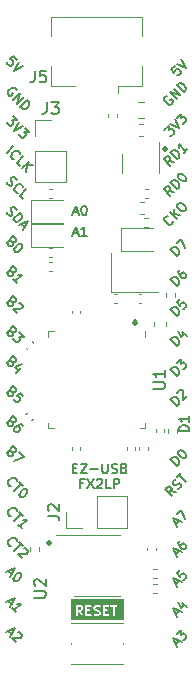
<source format=gbr>
%TF.GenerationSoftware,KiCad,Pcbnew,7.0.2-6a45011f42~172~ubuntu20.04.1*%
%TF.CreationDate,2023-04-23T13:30:35+07:00*%
%TF.ProjectId,EZ-USB-FX2LP-micro,455a2d55-5342-42d4-9658-324c502d6d69,rev?*%
%TF.SameCoordinates,Original*%
%TF.FileFunction,Legend,Top*%
%TF.FilePolarity,Positive*%
%FSLAX46Y46*%
G04 Gerber Fmt 4.6, Leading zero omitted, Abs format (unit mm)*
G04 Created by KiCad (PCBNEW 7.0.2-6a45011f42~172~ubuntu20.04.1) date 2023-04-23 13:30:35*
%MOMM*%
%LPD*%
G01*
G04 APERTURE LIST*
%ADD10C,0.200000*%
%ADD11C,0.300000*%
%ADD12C,0.150000*%
%ADD13C,0.120000*%
G04 APERTURE END LIST*
D10*
X138940989Y-103411908D02*
X138994864Y-103519657D01*
X138994864Y-103519657D02*
X138994864Y-103573532D01*
X138994864Y-103573532D02*
X138967926Y-103654344D01*
X138967926Y-103654344D02*
X138887114Y-103735157D01*
X138887114Y-103735157D02*
X138806302Y-103762094D01*
X138806302Y-103762094D02*
X138752427Y-103762094D01*
X138752427Y-103762094D02*
X138671615Y-103735157D01*
X138671615Y-103735157D02*
X138456116Y-103519657D01*
X138456116Y-103519657D02*
X139021801Y-102953972D01*
X139021801Y-102953972D02*
X139210363Y-103142534D01*
X139210363Y-103142534D02*
X139237300Y-103223346D01*
X139237300Y-103223346D02*
X139237300Y-103277221D01*
X139237300Y-103277221D02*
X139210363Y-103358033D01*
X139210363Y-103358033D02*
X139156488Y-103411908D01*
X139156488Y-103411908D02*
X139075676Y-103438845D01*
X139075676Y-103438845D02*
X139021801Y-103438845D01*
X139021801Y-103438845D02*
X138940989Y-103411908D01*
X138940989Y-103411908D02*
X138752427Y-103223346D01*
X139533612Y-103465783D02*
X139883798Y-103815969D01*
X139883798Y-103815969D02*
X139479737Y-103842906D01*
X139479737Y-103842906D02*
X139560549Y-103923718D01*
X139560549Y-103923718D02*
X139587486Y-104004531D01*
X139587486Y-104004531D02*
X139587486Y-104058405D01*
X139587486Y-104058405D02*
X139560549Y-104139218D01*
X139560549Y-104139218D02*
X139425862Y-104273905D01*
X139425862Y-104273905D02*
X139345050Y-104300842D01*
X139345050Y-104300842D02*
X139291175Y-104300842D01*
X139291175Y-104300842D02*
X139210363Y-104273905D01*
X139210363Y-104273905D02*
X139048738Y-104112280D01*
X139048738Y-104112280D02*
X139021801Y-104031468D01*
X139021801Y-104031468D02*
X139021801Y-103977593D01*
X138590803Y-128731096D02*
X138860177Y-129000470D01*
X138375303Y-128838845D02*
X139129551Y-128461722D01*
X139129551Y-128461722D02*
X138752427Y-129215969D01*
X139425862Y-128865782D02*
X139479737Y-128865782D01*
X139479737Y-128865782D02*
X139560549Y-128892720D01*
X139560549Y-128892720D02*
X139695236Y-129027407D01*
X139695236Y-129027407D02*
X139722173Y-129108219D01*
X139722173Y-129108219D02*
X139722173Y-129162094D01*
X139722173Y-129162094D02*
X139695236Y-129242906D01*
X139695236Y-129242906D02*
X139641361Y-129296781D01*
X139641361Y-129296781D02*
X139533611Y-129350656D01*
X139533611Y-129350656D02*
X138887114Y-129350656D01*
X138887114Y-129350656D02*
X139237300Y-129700842D01*
X138940989Y-95791908D02*
X138994864Y-95899657D01*
X138994864Y-95899657D02*
X138994864Y-95953532D01*
X138994864Y-95953532D02*
X138967926Y-96034344D01*
X138967926Y-96034344D02*
X138887114Y-96115157D01*
X138887114Y-96115157D02*
X138806302Y-96142094D01*
X138806302Y-96142094D02*
X138752427Y-96142094D01*
X138752427Y-96142094D02*
X138671615Y-96115157D01*
X138671615Y-96115157D02*
X138456116Y-95899657D01*
X138456116Y-95899657D02*
X139021801Y-95333972D01*
X139021801Y-95333972D02*
X139210363Y-95522534D01*
X139210363Y-95522534D02*
X139237300Y-95603346D01*
X139237300Y-95603346D02*
X139237300Y-95657221D01*
X139237300Y-95657221D02*
X139210363Y-95738033D01*
X139210363Y-95738033D02*
X139156488Y-95791908D01*
X139156488Y-95791908D02*
X139075676Y-95818845D01*
X139075676Y-95818845D02*
X139021801Y-95818845D01*
X139021801Y-95818845D02*
X138940989Y-95791908D01*
X138940989Y-95791908D02*
X138752427Y-95603346D01*
X139695236Y-96007407D02*
X139749111Y-96061282D01*
X139749111Y-96061282D02*
X139776048Y-96142094D01*
X139776048Y-96142094D02*
X139776048Y-96195969D01*
X139776048Y-96195969D02*
X139749111Y-96276781D01*
X139749111Y-96276781D02*
X139668299Y-96411468D01*
X139668299Y-96411468D02*
X139533612Y-96546155D01*
X139533612Y-96546155D02*
X139398925Y-96626967D01*
X139398925Y-96626967D02*
X139318112Y-96653905D01*
X139318112Y-96653905D02*
X139264238Y-96653905D01*
X139264238Y-96653905D02*
X139183425Y-96626967D01*
X139183425Y-96626967D02*
X139129551Y-96573092D01*
X139129551Y-96573092D02*
X139102613Y-96492280D01*
X139102613Y-96492280D02*
X139102613Y-96438405D01*
X139102613Y-96438405D02*
X139129551Y-96357593D01*
X139129551Y-96357593D02*
X139210363Y-96222906D01*
X139210363Y-96222906D02*
X139345050Y-96088219D01*
X139345050Y-96088219D02*
X139479737Y-96007407D01*
X139479737Y-96007407D02*
X139560549Y-95980470D01*
X139560549Y-95980470D02*
X139614424Y-95980470D01*
X139614424Y-95980470D02*
X139695236Y-96007407D01*
X144094180Y-95075923D02*
X144475133Y-95075923D01*
X144017990Y-95304495D02*
X144284657Y-94504495D01*
X144284657Y-94504495D02*
X144551323Y-95304495D01*
X145237037Y-95304495D02*
X144779894Y-95304495D01*
X145008466Y-95304495D02*
X145008466Y-94504495D01*
X145008466Y-94504495D02*
X144932275Y-94618780D01*
X144932275Y-94618780D02*
X144856085Y-94694971D01*
X144856085Y-94694971D02*
X144779894Y-94733066D01*
D11*
X151848490Y-87818761D02*
X151943728Y-87914000D01*
X151943728Y-87914000D02*
X151848490Y-88009238D01*
X151848490Y-88009238D02*
X151753252Y-87914000D01*
X151753252Y-87914000D02*
X151848490Y-87818761D01*
X151848490Y-87818761D02*
X151848490Y-88009238D01*
D10*
X151804321Y-86304673D02*
X152154507Y-85954487D01*
X152154507Y-85954487D02*
X152181445Y-86358548D01*
X152181445Y-86358548D02*
X152262257Y-86277735D01*
X152262257Y-86277735D02*
X152343069Y-86250798D01*
X152343069Y-86250798D02*
X152396944Y-86250798D01*
X152396944Y-86250798D02*
X152477756Y-86277735D01*
X152477756Y-86277735D02*
X152612443Y-86412422D01*
X152612443Y-86412422D02*
X152639381Y-86493235D01*
X152639381Y-86493235D02*
X152639381Y-86547109D01*
X152639381Y-86547109D02*
X152612443Y-86627922D01*
X152612443Y-86627922D02*
X152450819Y-86789546D01*
X152450819Y-86789546D02*
X152370007Y-86816483D01*
X152370007Y-86816483D02*
X152316132Y-86816483D01*
X152316132Y-85792862D02*
X153070379Y-86169986D01*
X153070379Y-86169986D02*
X152693256Y-85415738D01*
X152827942Y-85281052D02*
X153178129Y-84930865D01*
X153178129Y-84930865D02*
X153205066Y-85334926D01*
X153205066Y-85334926D02*
X153285878Y-85254114D01*
X153285878Y-85254114D02*
X153366690Y-85227177D01*
X153366690Y-85227177D02*
X153420565Y-85227177D01*
X153420565Y-85227177D02*
X153501377Y-85254114D01*
X153501377Y-85254114D02*
X153636064Y-85388801D01*
X153636064Y-85388801D02*
X153663002Y-85469613D01*
X153663002Y-85469613D02*
X153663002Y-85523488D01*
X153663002Y-85523488D02*
X153636064Y-85604300D01*
X153636064Y-85604300D02*
X153474440Y-85765925D01*
X153474440Y-85765925D02*
X153393628Y-85792862D01*
X153393628Y-85792862D02*
X153339753Y-85792862D01*
X152666318Y-80901424D02*
X152396944Y-81170798D01*
X152396944Y-81170798D02*
X152639381Y-81467109D01*
X152639381Y-81467109D02*
X152639381Y-81413235D01*
X152639381Y-81413235D02*
X152666318Y-81332422D01*
X152666318Y-81332422D02*
X152801005Y-81197735D01*
X152801005Y-81197735D02*
X152881817Y-81170798D01*
X152881817Y-81170798D02*
X152935692Y-81170798D01*
X152935692Y-81170798D02*
X153016504Y-81197735D01*
X153016504Y-81197735D02*
X153151191Y-81332422D01*
X153151191Y-81332422D02*
X153178129Y-81413235D01*
X153178129Y-81413235D02*
X153178129Y-81467109D01*
X153178129Y-81467109D02*
X153151191Y-81547922D01*
X153151191Y-81547922D02*
X153016504Y-81682609D01*
X153016504Y-81682609D02*
X152935692Y-81709546D01*
X152935692Y-81709546D02*
X152881817Y-81709546D01*
X152854880Y-80712862D02*
X153609127Y-81089986D01*
X153609127Y-81089986D02*
X153232004Y-80335738D01*
D12*
X144932342Y-116221447D02*
X144665676Y-116221447D01*
X144665676Y-116640495D02*
X144665676Y-115840495D01*
X144665676Y-115840495D02*
X145046628Y-115840495D01*
X145275199Y-115840495D02*
X145808533Y-116640495D01*
X145808533Y-115840495D02*
X145275199Y-116640495D01*
X146075199Y-115916685D02*
X146113295Y-115878590D01*
X146113295Y-115878590D02*
X146189485Y-115840495D01*
X146189485Y-115840495D02*
X146379961Y-115840495D01*
X146379961Y-115840495D02*
X146456152Y-115878590D01*
X146456152Y-115878590D02*
X146494247Y-115916685D01*
X146494247Y-115916685D02*
X146532342Y-115992876D01*
X146532342Y-115992876D02*
X146532342Y-116069066D01*
X146532342Y-116069066D02*
X146494247Y-116183352D01*
X146494247Y-116183352D02*
X146037104Y-116640495D01*
X146037104Y-116640495D02*
X146532342Y-116640495D01*
X147256152Y-116640495D02*
X146875200Y-116640495D01*
X146875200Y-116640495D02*
X146875200Y-115840495D01*
X147522819Y-116640495D02*
X147522819Y-115840495D01*
X147522819Y-115840495D02*
X147827581Y-115840495D01*
X147827581Y-115840495D02*
X147903771Y-115878590D01*
X147903771Y-115878590D02*
X147941866Y-115916685D01*
X147941866Y-115916685D02*
X147979962Y-115992876D01*
X147979962Y-115992876D02*
X147979962Y-116107161D01*
X147979962Y-116107161D02*
X147941866Y-116183352D01*
X147941866Y-116183352D02*
X147903771Y-116221447D01*
X147903771Y-116221447D02*
X147827581Y-116259542D01*
X147827581Y-116259542D02*
X147522819Y-116259542D01*
D10*
X138833239Y-121569031D02*
X138779364Y-121569031D01*
X138779364Y-121569031D02*
X138671615Y-121515157D01*
X138671615Y-121515157D02*
X138617740Y-121461282D01*
X138617740Y-121461282D02*
X138563865Y-121353532D01*
X138563865Y-121353532D02*
X138563865Y-121245783D01*
X138563865Y-121245783D02*
X138590803Y-121164970D01*
X138590803Y-121164970D02*
X138671615Y-121030283D01*
X138671615Y-121030283D02*
X138752427Y-120949471D01*
X138752427Y-120949471D02*
X138887114Y-120868659D01*
X138887114Y-120868659D02*
X138967926Y-120841722D01*
X138967926Y-120841722D02*
X139075676Y-120841722D01*
X139075676Y-120841722D02*
X139183425Y-120895596D01*
X139183425Y-120895596D02*
X139237300Y-120949471D01*
X139237300Y-120949471D02*
X139291175Y-121057221D01*
X139291175Y-121057221D02*
X139291175Y-121111096D01*
X139506674Y-121218845D02*
X139829923Y-121542094D01*
X139102613Y-121946155D02*
X139668299Y-121380470D01*
X139937673Y-121757593D02*
X139991548Y-121757593D01*
X139991548Y-121757593D02*
X140072360Y-121784531D01*
X140072360Y-121784531D02*
X140207047Y-121919218D01*
X140207047Y-121919218D02*
X140233984Y-122000030D01*
X140233984Y-122000030D02*
X140233984Y-122053905D01*
X140233984Y-122053905D02*
X140207047Y-122134717D01*
X140207047Y-122134717D02*
X140153172Y-122188592D01*
X140153172Y-122188592D02*
X140045422Y-122242467D01*
X140045422Y-122242467D02*
X139398925Y-122242467D01*
X139398925Y-122242467D02*
X139749111Y-122592653D01*
D11*
X142004990Y-121205361D02*
X142100228Y-121300600D01*
X142100228Y-121300600D02*
X142004990Y-121395838D01*
X142004990Y-121395838D02*
X141909752Y-121300600D01*
X141909752Y-121300600D02*
X142004990Y-121205361D01*
X142004990Y-121205361D02*
X142004990Y-121395838D01*
D10*
X152774068Y-119701796D02*
X153043442Y-119432422D01*
X152881817Y-119917296D02*
X152504694Y-119163048D01*
X152504694Y-119163048D02*
X153258941Y-119540172D01*
X152827942Y-118839800D02*
X153205066Y-118462676D01*
X153205066Y-118462676D02*
X153528315Y-119270798D01*
X138940989Y-98331908D02*
X138994864Y-98439657D01*
X138994864Y-98439657D02*
X138994864Y-98493532D01*
X138994864Y-98493532D02*
X138967926Y-98574344D01*
X138967926Y-98574344D02*
X138887114Y-98655157D01*
X138887114Y-98655157D02*
X138806302Y-98682094D01*
X138806302Y-98682094D02*
X138752427Y-98682094D01*
X138752427Y-98682094D02*
X138671615Y-98655157D01*
X138671615Y-98655157D02*
X138456116Y-98439657D01*
X138456116Y-98439657D02*
X139021801Y-97873972D01*
X139021801Y-97873972D02*
X139210363Y-98062534D01*
X139210363Y-98062534D02*
X139237300Y-98143346D01*
X139237300Y-98143346D02*
X139237300Y-98197221D01*
X139237300Y-98197221D02*
X139210363Y-98278033D01*
X139210363Y-98278033D02*
X139156488Y-98331908D01*
X139156488Y-98331908D02*
X139075676Y-98358845D01*
X139075676Y-98358845D02*
X139021801Y-98358845D01*
X139021801Y-98358845D02*
X138940989Y-98331908D01*
X138940989Y-98331908D02*
X138752427Y-98143346D01*
X139318112Y-99301654D02*
X138994864Y-98978405D01*
X139156488Y-99140030D02*
X139722173Y-98574344D01*
X139722173Y-98574344D02*
X139587486Y-98601282D01*
X139587486Y-98601282D02*
X139479737Y-98601282D01*
X139479737Y-98601282D02*
X139398925Y-98574344D01*
X138940989Y-108491908D02*
X138994864Y-108599657D01*
X138994864Y-108599657D02*
X138994864Y-108653532D01*
X138994864Y-108653532D02*
X138967926Y-108734344D01*
X138967926Y-108734344D02*
X138887114Y-108815157D01*
X138887114Y-108815157D02*
X138806302Y-108842094D01*
X138806302Y-108842094D02*
X138752427Y-108842094D01*
X138752427Y-108842094D02*
X138671615Y-108815157D01*
X138671615Y-108815157D02*
X138456116Y-108599657D01*
X138456116Y-108599657D02*
X139021801Y-108033972D01*
X139021801Y-108033972D02*
X139210363Y-108222534D01*
X139210363Y-108222534D02*
X139237300Y-108303346D01*
X139237300Y-108303346D02*
X139237300Y-108357221D01*
X139237300Y-108357221D02*
X139210363Y-108438033D01*
X139210363Y-108438033D02*
X139156488Y-108491908D01*
X139156488Y-108491908D02*
X139075676Y-108518845D01*
X139075676Y-108518845D02*
X139021801Y-108518845D01*
X139021801Y-108518845D02*
X138940989Y-108491908D01*
X138940989Y-108491908D02*
X138752427Y-108303346D01*
X139856860Y-108869031D02*
X139587486Y-108599657D01*
X139587486Y-108599657D02*
X139291175Y-108842094D01*
X139291175Y-108842094D02*
X139345050Y-108842094D01*
X139345050Y-108842094D02*
X139425862Y-108869031D01*
X139425862Y-108869031D02*
X139560549Y-109003718D01*
X139560549Y-109003718D02*
X139587486Y-109084531D01*
X139587486Y-109084531D02*
X139587486Y-109138405D01*
X139587486Y-109138405D02*
X139560549Y-109219218D01*
X139560549Y-109219218D02*
X139425862Y-109353905D01*
X139425862Y-109353905D02*
X139345050Y-109380842D01*
X139345050Y-109380842D02*
X139291175Y-109380842D01*
X139291175Y-109380842D02*
X139210363Y-109353905D01*
X139210363Y-109353905D02*
X139075676Y-109219218D01*
X139075676Y-109219218D02*
X139048738Y-109138405D01*
X139048738Y-109138405D02*
X139048738Y-109084531D01*
X152774068Y-129861796D02*
X153043442Y-129592422D01*
X152881817Y-130077296D02*
X152504694Y-129323048D01*
X152504694Y-129323048D02*
X153258941Y-129700172D01*
X152827942Y-128999800D02*
X153178128Y-128649614D01*
X153178128Y-128649614D02*
X153205066Y-129053675D01*
X153205066Y-129053675D02*
X153285878Y-128972862D01*
X153285878Y-128972862D02*
X153366690Y-128945925D01*
X153366690Y-128945925D02*
X153420565Y-128945925D01*
X153420565Y-128945925D02*
X153501377Y-128972862D01*
X153501377Y-128972862D02*
X153636064Y-129107549D01*
X153636064Y-129107549D02*
X153663002Y-129188362D01*
X153663002Y-129188362D02*
X153663002Y-129242236D01*
X153663002Y-129242236D02*
X153636064Y-129323049D01*
X153636064Y-129323049D02*
X153474440Y-129484673D01*
X153474440Y-129484673D02*
X153393628Y-129511610D01*
X153393628Y-129511610D02*
X153339753Y-129511610D01*
X138590803Y-123651096D02*
X138860177Y-123920470D01*
X138375303Y-123758845D02*
X139129551Y-123381722D01*
X139129551Y-123381722D02*
X138752427Y-124135969D01*
X139614424Y-123866595D02*
X139668298Y-123920469D01*
X139668298Y-123920469D02*
X139695236Y-124001282D01*
X139695236Y-124001282D02*
X139695236Y-124055156D01*
X139695236Y-124055156D02*
X139668298Y-124135969D01*
X139668298Y-124135969D02*
X139587486Y-124270656D01*
X139587486Y-124270656D02*
X139452799Y-124405343D01*
X139452799Y-124405343D02*
X139318112Y-124486155D01*
X139318112Y-124486155D02*
X139237300Y-124513092D01*
X139237300Y-124513092D02*
X139183425Y-124513092D01*
X139183425Y-124513092D02*
X139102613Y-124486155D01*
X139102613Y-124486155D02*
X139048738Y-124432280D01*
X139048738Y-124432280D02*
X139021801Y-124351468D01*
X139021801Y-124351468D02*
X139021801Y-124297593D01*
X139021801Y-124297593D02*
X139048738Y-124216781D01*
X139048738Y-124216781D02*
X139129550Y-124082094D01*
X139129550Y-124082094D02*
X139264237Y-123947407D01*
X139264237Y-123947407D02*
X139398924Y-123866595D01*
X139398924Y-123866595D02*
X139479737Y-123839657D01*
X139479737Y-123839657D02*
X139533611Y-123839657D01*
X139533611Y-123839657D02*
X139614424Y-123866595D01*
X138967926Y-85120097D02*
X139318112Y-85470283D01*
X139318112Y-85470283D02*
X138914051Y-85497221D01*
X138914051Y-85497221D02*
X138994864Y-85578033D01*
X138994864Y-85578033D02*
X139021801Y-85658845D01*
X139021801Y-85658845D02*
X139021801Y-85712720D01*
X139021801Y-85712720D02*
X138994864Y-85793532D01*
X138994864Y-85793532D02*
X138860177Y-85928219D01*
X138860177Y-85928219D02*
X138779364Y-85955157D01*
X138779364Y-85955157D02*
X138725490Y-85955157D01*
X138725490Y-85955157D02*
X138644677Y-85928219D01*
X138644677Y-85928219D02*
X138483053Y-85766595D01*
X138483053Y-85766595D02*
X138456116Y-85685783D01*
X138456116Y-85685783D02*
X138456116Y-85631908D01*
X139479737Y-85631908D02*
X139102613Y-86386155D01*
X139102613Y-86386155D02*
X139856861Y-86009032D01*
X139991547Y-86143718D02*
X140341734Y-86493905D01*
X140341734Y-86493905D02*
X139937673Y-86520842D01*
X139937673Y-86520842D02*
X140018485Y-86601654D01*
X140018485Y-86601654D02*
X140045422Y-86682466D01*
X140045422Y-86682466D02*
X140045422Y-86736341D01*
X140045422Y-86736341D02*
X140018485Y-86817153D01*
X140018485Y-86817153D02*
X139883798Y-86951840D01*
X139883798Y-86951840D02*
X139802986Y-86978778D01*
X139802986Y-86978778D02*
X139749111Y-86978778D01*
X139749111Y-86978778D02*
X139668299Y-86951840D01*
X139668299Y-86951840D02*
X139506674Y-86790216D01*
X139506674Y-86790216D02*
X139479737Y-86709404D01*
X139479737Y-86709404D02*
X139479737Y-86655529D01*
X152639381Y-89033235D02*
X152181445Y-88952422D01*
X152316132Y-89356483D02*
X151750447Y-88790798D01*
X151750447Y-88790798D02*
X151965946Y-88575299D01*
X151965946Y-88575299D02*
X152046758Y-88548361D01*
X152046758Y-88548361D02*
X152100633Y-88548361D01*
X152100633Y-88548361D02*
X152181445Y-88575299D01*
X152181445Y-88575299D02*
X152262258Y-88656111D01*
X152262258Y-88656111D02*
X152289195Y-88736923D01*
X152289195Y-88736923D02*
X152289195Y-88790798D01*
X152289195Y-88790798D02*
X152262258Y-88871610D01*
X152262258Y-88871610D02*
X152046758Y-89087109D01*
X152881818Y-88790798D02*
X152316132Y-88225113D01*
X152316132Y-88225113D02*
X152450819Y-88090426D01*
X152450819Y-88090426D02*
X152558569Y-88036551D01*
X152558569Y-88036551D02*
X152666319Y-88036551D01*
X152666319Y-88036551D02*
X152747131Y-88063488D01*
X152747131Y-88063488D02*
X152881818Y-88144300D01*
X152881818Y-88144300D02*
X152962630Y-88225113D01*
X152962630Y-88225113D02*
X153043442Y-88359800D01*
X153043442Y-88359800D02*
X153070380Y-88440612D01*
X153070380Y-88440612D02*
X153070380Y-88548361D01*
X153070380Y-88548361D02*
X153016505Y-88656111D01*
X153016505Y-88656111D02*
X152881818Y-88790798D01*
X153743815Y-87928801D02*
X153420566Y-88252050D01*
X153582190Y-88090426D02*
X153016505Y-87524740D01*
X153016505Y-87524740D02*
X153043442Y-87659427D01*
X153043442Y-87659427D02*
X153043442Y-87767177D01*
X153043442Y-87767177D02*
X153016505Y-87847989D01*
X138590803Y-126191096D02*
X138860177Y-126460470D01*
X138375303Y-126298845D02*
X139129551Y-125921722D01*
X139129551Y-125921722D02*
X138752427Y-126675969D01*
X139237300Y-127160842D02*
X138914051Y-126837593D01*
X139075676Y-126999217D02*
X139641361Y-126433532D01*
X139641361Y-126433532D02*
X139506674Y-126460469D01*
X139506674Y-126460469D02*
X139398924Y-126460469D01*
X139398924Y-126460469D02*
X139318112Y-126433532D01*
X152881817Y-99516483D02*
X152316132Y-98950798D01*
X152316132Y-98950798D02*
X152450819Y-98816111D01*
X152450819Y-98816111D02*
X152558569Y-98762236D01*
X152558569Y-98762236D02*
X152666318Y-98762236D01*
X152666318Y-98762236D02*
X152747130Y-98789174D01*
X152747130Y-98789174D02*
X152881817Y-98869986D01*
X152881817Y-98869986D02*
X152962630Y-98950798D01*
X152962630Y-98950798D02*
X153043442Y-99085485D01*
X153043442Y-99085485D02*
X153070379Y-99166297D01*
X153070379Y-99166297D02*
X153070379Y-99274047D01*
X153070379Y-99274047D02*
X153016504Y-99381796D01*
X153016504Y-99381796D02*
X152881817Y-99516483D01*
X153124254Y-98142676D02*
X153016504Y-98250426D01*
X153016504Y-98250426D02*
X152989567Y-98331238D01*
X152989567Y-98331238D02*
X152989567Y-98385113D01*
X152989567Y-98385113D02*
X153016504Y-98519800D01*
X153016504Y-98519800D02*
X153097317Y-98654487D01*
X153097317Y-98654487D02*
X153312816Y-98869986D01*
X153312816Y-98869986D02*
X153393628Y-98896923D01*
X153393628Y-98896923D02*
X153447503Y-98896923D01*
X153447503Y-98896923D02*
X153528315Y-98869986D01*
X153528315Y-98869986D02*
X153636065Y-98762236D01*
X153636065Y-98762236D02*
X153663002Y-98681424D01*
X153663002Y-98681424D02*
X153663002Y-98627549D01*
X153663002Y-98627549D02*
X153636065Y-98546737D01*
X153636065Y-98546737D02*
X153501378Y-98412050D01*
X153501378Y-98412050D02*
X153420565Y-98385113D01*
X153420565Y-98385113D02*
X153366691Y-98385113D01*
X153366691Y-98385113D02*
X153285878Y-98412050D01*
X153285878Y-98412050D02*
X153178129Y-98519800D01*
X153178129Y-98519800D02*
X153151191Y-98600612D01*
X153151191Y-98600612D02*
X153151191Y-98654487D01*
X153151191Y-98654487D02*
X153178129Y-98735299D01*
X138940989Y-111031908D02*
X138994864Y-111139657D01*
X138994864Y-111139657D02*
X138994864Y-111193532D01*
X138994864Y-111193532D02*
X138967926Y-111274344D01*
X138967926Y-111274344D02*
X138887114Y-111355157D01*
X138887114Y-111355157D02*
X138806302Y-111382094D01*
X138806302Y-111382094D02*
X138752427Y-111382094D01*
X138752427Y-111382094D02*
X138671615Y-111355157D01*
X138671615Y-111355157D02*
X138456116Y-111139657D01*
X138456116Y-111139657D02*
X139021801Y-110573972D01*
X139021801Y-110573972D02*
X139210363Y-110762534D01*
X139210363Y-110762534D02*
X139237300Y-110843346D01*
X139237300Y-110843346D02*
X139237300Y-110897221D01*
X139237300Y-110897221D02*
X139210363Y-110978033D01*
X139210363Y-110978033D02*
X139156488Y-111031908D01*
X139156488Y-111031908D02*
X139075676Y-111058845D01*
X139075676Y-111058845D02*
X139021801Y-111058845D01*
X139021801Y-111058845D02*
X138940989Y-111031908D01*
X138940989Y-111031908D02*
X138752427Y-110843346D01*
X139829923Y-111382094D02*
X139722173Y-111274344D01*
X139722173Y-111274344D02*
X139641361Y-111247407D01*
X139641361Y-111247407D02*
X139587486Y-111247407D01*
X139587486Y-111247407D02*
X139452799Y-111274344D01*
X139452799Y-111274344D02*
X139318112Y-111355157D01*
X139318112Y-111355157D02*
X139102613Y-111570656D01*
X139102613Y-111570656D02*
X139075676Y-111651468D01*
X139075676Y-111651468D02*
X139075676Y-111705343D01*
X139075676Y-111705343D02*
X139102613Y-111786155D01*
X139102613Y-111786155D02*
X139210363Y-111893905D01*
X139210363Y-111893905D02*
X139291175Y-111920842D01*
X139291175Y-111920842D02*
X139345050Y-111920842D01*
X139345050Y-111920842D02*
X139425862Y-111893905D01*
X139425862Y-111893905D02*
X139560549Y-111759218D01*
X139560549Y-111759218D02*
X139587486Y-111678405D01*
X139587486Y-111678405D02*
X139587486Y-111624531D01*
X139587486Y-111624531D02*
X139560549Y-111543718D01*
X139560549Y-111543718D02*
X139452799Y-111435969D01*
X139452799Y-111435969D02*
X139371987Y-111409031D01*
X139371987Y-111409031D02*
X139318112Y-111409031D01*
X139318112Y-111409031D02*
X139237300Y-111435969D01*
X138456116Y-90765783D02*
X138509990Y-90873532D01*
X138509990Y-90873532D02*
X138644677Y-91008219D01*
X138644677Y-91008219D02*
X138725490Y-91035157D01*
X138725490Y-91035157D02*
X138779364Y-91035157D01*
X138779364Y-91035157D02*
X138860177Y-91008219D01*
X138860177Y-91008219D02*
X138914051Y-90954344D01*
X138914051Y-90954344D02*
X138940989Y-90873532D01*
X138940989Y-90873532D02*
X138940989Y-90819657D01*
X138940989Y-90819657D02*
X138914051Y-90738845D01*
X138914051Y-90738845D02*
X138833239Y-90604158D01*
X138833239Y-90604158D02*
X138806302Y-90523346D01*
X138806302Y-90523346D02*
X138806302Y-90469471D01*
X138806302Y-90469471D02*
X138833239Y-90388659D01*
X138833239Y-90388659D02*
X138887114Y-90334784D01*
X138887114Y-90334784D02*
X138967926Y-90307847D01*
X138967926Y-90307847D02*
X139021801Y-90307847D01*
X139021801Y-90307847D02*
X139102613Y-90334784D01*
X139102613Y-90334784D02*
X139237300Y-90469471D01*
X139237300Y-90469471D02*
X139291175Y-90577221D01*
X139371987Y-91627780D02*
X139318113Y-91627780D01*
X139318113Y-91627780D02*
X139210363Y-91573905D01*
X139210363Y-91573905D02*
X139156488Y-91520030D01*
X139156488Y-91520030D02*
X139102613Y-91412280D01*
X139102613Y-91412280D02*
X139102613Y-91304531D01*
X139102613Y-91304531D02*
X139129551Y-91223719D01*
X139129551Y-91223719D02*
X139210363Y-91089032D01*
X139210363Y-91089032D02*
X139291175Y-91008219D01*
X139291175Y-91008219D02*
X139425862Y-90927407D01*
X139425862Y-90927407D02*
X139506674Y-90900470D01*
X139506674Y-90900470D02*
X139614424Y-90900470D01*
X139614424Y-90900470D02*
X139722174Y-90954345D01*
X139722174Y-90954345D02*
X139776048Y-91008219D01*
X139776048Y-91008219D02*
X139829923Y-91115969D01*
X139829923Y-91115969D02*
X139829923Y-91169844D01*
X139829923Y-92193465D02*
X139560549Y-91924091D01*
X139560549Y-91924091D02*
X140126235Y-91358406D01*
X138940989Y-105951908D02*
X138994864Y-106059657D01*
X138994864Y-106059657D02*
X138994864Y-106113532D01*
X138994864Y-106113532D02*
X138967926Y-106194344D01*
X138967926Y-106194344D02*
X138887114Y-106275157D01*
X138887114Y-106275157D02*
X138806302Y-106302094D01*
X138806302Y-106302094D02*
X138752427Y-106302094D01*
X138752427Y-106302094D02*
X138671615Y-106275157D01*
X138671615Y-106275157D02*
X138456116Y-106059657D01*
X138456116Y-106059657D02*
X139021801Y-105493972D01*
X139021801Y-105493972D02*
X139210363Y-105682534D01*
X139210363Y-105682534D02*
X139237300Y-105763346D01*
X139237300Y-105763346D02*
X139237300Y-105817221D01*
X139237300Y-105817221D02*
X139210363Y-105898033D01*
X139210363Y-105898033D02*
X139156488Y-105951908D01*
X139156488Y-105951908D02*
X139075676Y-105978845D01*
X139075676Y-105978845D02*
X139021801Y-105978845D01*
X139021801Y-105978845D02*
X138940989Y-105951908D01*
X138940989Y-105951908D02*
X138752427Y-105763346D01*
X139641361Y-106490656D02*
X139264238Y-106867779D01*
X139722173Y-106140470D02*
X139183425Y-106409844D01*
X139183425Y-106409844D02*
X139533612Y-106760030D01*
X152774068Y-122241796D02*
X153043442Y-121972422D01*
X152881817Y-122457296D02*
X152504694Y-121703048D01*
X152504694Y-121703048D02*
X153258941Y-122080172D01*
X153124254Y-121083488D02*
X153016504Y-121191238D01*
X153016504Y-121191238D02*
X152989567Y-121272050D01*
X152989567Y-121272050D02*
X152989567Y-121325925D01*
X152989567Y-121325925D02*
X153016504Y-121460612D01*
X153016504Y-121460612D02*
X153097316Y-121595299D01*
X153097316Y-121595299D02*
X153312815Y-121810798D01*
X153312815Y-121810798D02*
X153393628Y-121837736D01*
X153393628Y-121837736D02*
X153447502Y-121837736D01*
X153447502Y-121837736D02*
X153528315Y-121810798D01*
X153528315Y-121810798D02*
X153636064Y-121703049D01*
X153636064Y-121703049D02*
X153663002Y-121622236D01*
X153663002Y-121622236D02*
X153663002Y-121568362D01*
X153663002Y-121568362D02*
X153636064Y-121487549D01*
X153636064Y-121487549D02*
X153501377Y-121352862D01*
X153501377Y-121352862D02*
X153420565Y-121325925D01*
X153420565Y-121325925D02*
X153366690Y-121325925D01*
X153366690Y-121325925D02*
X153285878Y-121352862D01*
X153285878Y-121352862D02*
X153178128Y-121460612D01*
X153178128Y-121460612D02*
X153151191Y-121541424D01*
X153151191Y-121541424D02*
X153151191Y-121595299D01*
X153151191Y-121595299D02*
X153178128Y-121676111D01*
X152881817Y-96976483D02*
X152316132Y-96410798D01*
X152316132Y-96410798D02*
X152450819Y-96276111D01*
X152450819Y-96276111D02*
X152558569Y-96222236D01*
X152558569Y-96222236D02*
X152666318Y-96222236D01*
X152666318Y-96222236D02*
X152747130Y-96249174D01*
X152747130Y-96249174D02*
X152881817Y-96329986D01*
X152881817Y-96329986D02*
X152962630Y-96410798D01*
X152962630Y-96410798D02*
X153043442Y-96545485D01*
X153043442Y-96545485D02*
X153070379Y-96626297D01*
X153070379Y-96626297D02*
X153070379Y-96734047D01*
X153070379Y-96734047D02*
X153016504Y-96841796D01*
X153016504Y-96841796D02*
X152881817Y-96976483D01*
X152827943Y-95898987D02*
X153205066Y-95521864D01*
X153205066Y-95521864D02*
X153528315Y-96329986D01*
X152774068Y-116973235D02*
X152316132Y-116892422D01*
X152450819Y-117296483D02*
X151885134Y-116730798D01*
X151885134Y-116730798D02*
X152100633Y-116515299D01*
X152100633Y-116515299D02*
X152181445Y-116488361D01*
X152181445Y-116488361D02*
X152235320Y-116488361D01*
X152235320Y-116488361D02*
X152316132Y-116515299D01*
X152316132Y-116515299D02*
X152396945Y-116596111D01*
X152396945Y-116596111D02*
X152423882Y-116676923D01*
X152423882Y-116676923D02*
X152423882Y-116730798D01*
X152423882Y-116730798D02*
X152396945Y-116811610D01*
X152396945Y-116811610D02*
X152181445Y-117027109D01*
X152962630Y-116730798D02*
X153070380Y-116676923D01*
X153070380Y-116676923D02*
X153205067Y-116542236D01*
X153205067Y-116542236D02*
X153232004Y-116461424D01*
X153232004Y-116461424D02*
X153232004Y-116407549D01*
X153232004Y-116407549D02*
X153205067Y-116326737D01*
X153205067Y-116326737D02*
X153151192Y-116272862D01*
X153151192Y-116272862D02*
X153070380Y-116245925D01*
X153070380Y-116245925D02*
X153016505Y-116245925D01*
X153016505Y-116245925D02*
X152935693Y-116272862D01*
X152935693Y-116272862D02*
X152801006Y-116353674D01*
X152801006Y-116353674D02*
X152720193Y-116380612D01*
X152720193Y-116380612D02*
X152666319Y-116380612D01*
X152666319Y-116380612D02*
X152585506Y-116353674D01*
X152585506Y-116353674D02*
X152531632Y-116299800D01*
X152531632Y-116299800D02*
X152504694Y-116218987D01*
X152504694Y-116218987D02*
X152504694Y-116165113D01*
X152504694Y-116165113D02*
X152531632Y-116084300D01*
X152531632Y-116084300D02*
X152666319Y-115949613D01*
X152666319Y-115949613D02*
X152774068Y-115895739D01*
X152908755Y-115707177D02*
X153232004Y-115383928D01*
X153636065Y-116111238D02*
X153070380Y-115545552D01*
X152639381Y-91573235D02*
X152181445Y-91492422D01*
X152316132Y-91896483D02*
X151750447Y-91330798D01*
X151750447Y-91330798D02*
X151965946Y-91115299D01*
X151965946Y-91115299D02*
X152046758Y-91088361D01*
X152046758Y-91088361D02*
X152100633Y-91088361D01*
X152100633Y-91088361D02*
X152181445Y-91115299D01*
X152181445Y-91115299D02*
X152262258Y-91196111D01*
X152262258Y-91196111D02*
X152289195Y-91276923D01*
X152289195Y-91276923D02*
X152289195Y-91330798D01*
X152289195Y-91330798D02*
X152262258Y-91411610D01*
X152262258Y-91411610D02*
X152046758Y-91627109D01*
X152881818Y-91330798D02*
X152316132Y-90765113D01*
X152316132Y-90765113D02*
X152450819Y-90630426D01*
X152450819Y-90630426D02*
X152558569Y-90576551D01*
X152558569Y-90576551D02*
X152666319Y-90576551D01*
X152666319Y-90576551D02*
X152747131Y-90603488D01*
X152747131Y-90603488D02*
X152881818Y-90684300D01*
X152881818Y-90684300D02*
X152962630Y-90765113D01*
X152962630Y-90765113D02*
X153043442Y-90899800D01*
X153043442Y-90899800D02*
X153070380Y-90980612D01*
X153070380Y-90980612D02*
X153070380Y-91088361D01*
X153070380Y-91088361D02*
X153016505Y-91196111D01*
X153016505Y-91196111D02*
X152881818Y-91330798D01*
X152989567Y-90091677D02*
X153043442Y-90037803D01*
X153043442Y-90037803D02*
X153124254Y-90010865D01*
X153124254Y-90010865D02*
X153178129Y-90010865D01*
X153178129Y-90010865D02*
X153258941Y-90037803D01*
X153258941Y-90037803D02*
X153393628Y-90118615D01*
X153393628Y-90118615D02*
X153528315Y-90253302D01*
X153528315Y-90253302D02*
X153609128Y-90387989D01*
X153609128Y-90387989D02*
X153636065Y-90468801D01*
X153636065Y-90468801D02*
X153636065Y-90522676D01*
X153636065Y-90522676D02*
X153609128Y-90603488D01*
X153609128Y-90603488D02*
X153555253Y-90657363D01*
X153555253Y-90657363D02*
X153474441Y-90684300D01*
X153474441Y-90684300D02*
X153420566Y-90684300D01*
X153420566Y-90684300D02*
X153339754Y-90657363D01*
X153339754Y-90657363D02*
X153205067Y-90576551D01*
X153205067Y-90576551D02*
X153070380Y-90441864D01*
X153070380Y-90441864D02*
X152989567Y-90307177D01*
X152989567Y-90307177D02*
X152962630Y-90226364D01*
X152962630Y-90226364D02*
X152962630Y-90172490D01*
X152962630Y-90172490D02*
X152989567Y-90091677D01*
X144094180Y-93297923D02*
X144475133Y-93297923D01*
X144017990Y-93526495D02*
X144284657Y-92726495D01*
X144284657Y-92726495D02*
X144551323Y-93526495D01*
X144970371Y-92726495D02*
X145046561Y-92726495D01*
X145046561Y-92726495D02*
X145122752Y-92764590D01*
X145122752Y-92764590D02*
X145160847Y-92802685D01*
X145160847Y-92802685D02*
X145198942Y-92878876D01*
X145198942Y-92878876D02*
X145237037Y-93031257D01*
X145237037Y-93031257D02*
X145237037Y-93221733D01*
X145237037Y-93221733D02*
X145198942Y-93374114D01*
X145198942Y-93374114D02*
X145160847Y-93450304D01*
X145160847Y-93450304D02*
X145122752Y-93488400D01*
X145122752Y-93488400D02*
X145046561Y-93526495D01*
X145046561Y-93526495D02*
X144970371Y-93526495D01*
X144970371Y-93526495D02*
X144894180Y-93488400D01*
X144894180Y-93488400D02*
X144856085Y-93450304D01*
X144856085Y-93450304D02*
X144817990Y-93374114D01*
X144817990Y-93374114D02*
X144779894Y-93221733D01*
X144779894Y-93221733D02*
X144779894Y-93031257D01*
X144779894Y-93031257D02*
X144817990Y-92878876D01*
X144817990Y-92878876D02*
X144856085Y-92802685D01*
X144856085Y-92802685D02*
X144894180Y-92764590D01*
X144894180Y-92764590D02*
X144970371Y-92726495D01*
X152881817Y-114756483D02*
X152316132Y-114190798D01*
X152316132Y-114190798D02*
X152450819Y-114056111D01*
X152450819Y-114056111D02*
X152558569Y-114002236D01*
X152558569Y-114002236D02*
X152666318Y-114002236D01*
X152666318Y-114002236D02*
X152747130Y-114029174D01*
X152747130Y-114029174D02*
X152881817Y-114109986D01*
X152881817Y-114109986D02*
X152962630Y-114190798D01*
X152962630Y-114190798D02*
X153043442Y-114325485D01*
X153043442Y-114325485D02*
X153070379Y-114406297D01*
X153070379Y-114406297D02*
X153070379Y-114514047D01*
X153070379Y-114514047D02*
X153016504Y-114621796D01*
X153016504Y-114621796D02*
X152881817Y-114756483D01*
X152989567Y-113517363D02*
X153043442Y-113463488D01*
X153043442Y-113463488D02*
X153124254Y-113436551D01*
X153124254Y-113436551D02*
X153178129Y-113436551D01*
X153178129Y-113436551D02*
X153258941Y-113463488D01*
X153258941Y-113463488D02*
X153393628Y-113544300D01*
X153393628Y-113544300D02*
X153528315Y-113678987D01*
X153528315Y-113678987D02*
X153609127Y-113813674D01*
X153609127Y-113813674D02*
X153636065Y-113894487D01*
X153636065Y-113894487D02*
X153636065Y-113948361D01*
X153636065Y-113948361D02*
X153609127Y-114029174D01*
X153609127Y-114029174D02*
X153555252Y-114083048D01*
X153555252Y-114083048D02*
X153474440Y-114109986D01*
X153474440Y-114109986D02*
X153420565Y-114109986D01*
X153420565Y-114109986D02*
X153339753Y-114083048D01*
X153339753Y-114083048D02*
X153205066Y-114002236D01*
X153205066Y-114002236D02*
X153070379Y-113867549D01*
X153070379Y-113867549D02*
X152989567Y-113732862D01*
X152989567Y-113732862D02*
X152962630Y-113652050D01*
X152962630Y-113652050D02*
X152962630Y-113598175D01*
X152962630Y-113598175D02*
X152989567Y-113517363D01*
X152019821Y-83441424D02*
X151939009Y-83468361D01*
X151939009Y-83468361D02*
X151858196Y-83549174D01*
X151858196Y-83549174D02*
X151804322Y-83656923D01*
X151804322Y-83656923D02*
X151804322Y-83764673D01*
X151804322Y-83764673D02*
X151831259Y-83845485D01*
X151831259Y-83845485D02*
X151912071Y-83980172D01*
X151912071Y-83980172D02*
X151992883Y-84060984D01*
X151992883Y-84060984D02*
X152127570Y-84141796D01*
X152127570Y-84141796D02*
X152208383Y-84168734D01*
X152208383Y-84168734D02*
X152316132Y-84168734D01*
X152316132Y-84168734D02*
X152423882Y-84114859D01*
X152423882Y-84114859D02*
X152477757Y-84060984D01*
X152477757Y-84060984D02*
X152531631Y-83953235D01*
X152531631Y-83953235D02*
X152531631Y-83899360D01*
X152531631Y-83899360D02*
X152343070Y-83710798D01*
X152343070Y-83710798D02*
X152235320Y-83818548D01*
X152827943Y-83710798D02*
X152262257Y-83145113D01*
X152262257Y-83145113D02*
X153151192Y-83387549D01*
X153151192Y-83387549D02*
X152585506Y-82821864D01*
X153420565Y-83118175D02*
X152854880Y-82552490D01*
X152854880Y-82552490D02*
X152989567Y-82417803D01*
X152989567Y-82417803D02*
X153097317Y-82363928D01*
X153097317Y-82363928D02*
X153205066Y-82363928D01*
X153205066Y-82363928D02*
X153285878Y-82390865D01*
X153285878Y-82390865D02*
X153420565Y-82471678D01*
X153420565Y-82471678D02*
X153501378Y-82552490D01*
X153501378Y-82552490D02*
X153582190Y-82687177D01*
X153582190Y-82687177D02*
X153609127Y-82767989D01*
X153609127Y-82767989D02*
X153609127Y-82875739D01*
X153609127Y-82875739D02*
X153555252Y-82983488D01*
X153555252Y-82983488D02*
X153420565Y-83118175D01*
X152774068Y-124781796D02*
X153043442Y-124512422D01*
X152881817Y-124997296D02*
X152504694Y-124243048D01*
X152504694Y-124243048D02*
X153258941Y-124620172D01*
X153151191Y-123596551D02*
X152881817Y-123865925D01*
X152881817Y-123865925D02*
X153124254Y-124162236D01*
X153124254Y-124162236D02*
X153124254Y-124108362D01*
X153124254Y-124108362D02*
X153151191Y-124027549D01*
X153151191Y-124027549D02*
X153285878Y-123892862D01*
X153285878Y-123892862D02*
X153366690Y-123865925D01*
X153366690Y-123865925D02*
X153420565Y-123865925D01*
X153420565Y-123865925D02*
X153501377Y-123892862D01*
X153501377Y-123892862D02*
X153636064Y-124027549D01*
X153636064Y-124027549D02*
X153663002Y-124108362D01*
X153663002Y-124108362D02*
X153663002Y-124162236D01*
X153663002Y-124162236D02*
X153636064Y-124243049D01*
X153636064Y-124243049D02*
X153501377Y-124377736D01*
X153501377Y-124377736D02*
X153420565Y-124404673D01*
X153420565Y-124404673D02*
X153366690Y-124404673D01*
X139291175Y-80363346D02*
X139021801Y-80093972D01*
X139021801Y-80093972D02*
X138725490Y-80336409D01*
X138725490Y-80336409D02*
X138779364Y-80336409D01*
X138779364Y-80336409D02*
X138860177Y-80363346D01*
X138860177Y-80363346D02*
X138994864Y-80498033D01*
X138994864Y-80498033D02*
X139021801Y-80578845D01*
X139021801Y-80578845D02*
X139021801Y-80632720D01*
X139021801Y-80632720D02*
X138994864Y-80713532D01*
X138994864Y-80713532D02*
X138860177Y-80848219D01*
X138860177Y-80848219D02*
X138779364Y-80875157D01*
X138779364Y-80875157D02*
X138725490Y-80875157D01*
X138725490Y-80875157D02*
X138644677Y-80848219D01*
X138644677Y-80848219D02*
X138509990Y-80713532D01*
X138509990Y-80713532D02*
X138483053Y-80632720D01*
X138483053Y-80632720D02*
X138483053Y-80578845D01*
X139479737Y-80551908D02*
X139102613Y-81306155D01*
X139102613Y-81306155D02*
X139856861Y-80929032D01*
X139291175Y-82957221D02*
X139264238Y-82876409D01*
X139264238Y-82876409D02*
X139183425Y-82795596D01*
X139183425Y-82795596D02*
X139075676Y-82741722D01*
X139075676Y-82741722D02*
X138967926Y-82741722D01*
X138967926Y-82741722D02*
X138887114Y-82768659D01*
X138887114Y-82768659D02*
X138752427Y-82849471D01*
X138752427Y-82849471D02*
X138671615Y-82930283D01*
X138671615Y-82930283D02*
X138590803Y-83064970D01*
X138590803Y-83064970D02*
X138563865Y-83145783D01*
X138563865Y-83145783D02*
X138563865Y-83253532D01*
X138563865Y-83253532D02*
X138617740Y-83361282D01*
X138617740Y-83361282D02*
X138671615Y-83415157D01*
X138671615Y-83415157D02*
X138779364Y-83469031D01*
X138779364Y-83469031D02*
X138833239Y-83469031D01*
X138833239Y-83469031D02*
X139021801Y-83280470D01*
X139021801Y-83280470D02*
X138914051Y-83172720D01*
X139021801Y-83765343D02*
X139587486Y-83199657D01*
X139587486Y-83199657D02*
X139345050Y-84088592D01*
X139345050Y-84088592D02*
X139910735Y-83522906D01*
X139614424Y-84357965D02*
X140180109Y-83792280D01*
X140180109Y-83792280D02*
X140314796Y-83926967D01*
X140314796Y-83926967D02*
X140368671Y-84034717D01*
X140368671Y-84034717D02*
X140368671Y-84142466D01*
X140368671Y-84142466D02*
X140341734Y-84223278D01*
X140341734Y-84223278D02*
X140260921Y-84357965D01*
X140260921Y-84357965D02*
X140180109Y-84438778D01*
X140180109Y-84438778D02*
X140045422Y-84519590D01*
X140045422Y-84519590D02*
X139964610Y-84546527D01*
X139964610Y-84546527D02*
X139856860Y-84546527D01*
X139856860Y-84546527D02*
X139749111Y-84492652D01*
X139749111Y-84492652D02*
X139614424Y-84357965D01*
X152881817Y-109676483D02*
X152316132Y-109110798D01*
X152316132Y-109110798D02*
X152450819Y-108976111D01*
X152450819Y-108976111D02*
X152558569Y-108922236D01*
X152558569Y-108922236D02*
X152666318Y-108922236D01*
X152666318Y-108922236D02*
X152747130Y-108949174D01*
X152747130Y-108949174D02*
X152881817Y-109029986D01*
X152881817Y-109029986D02*
X152962630Y-109110798D01*
X152962630Y-109110798D02*
X153043442Y-109245485D01*
X153043442Y-109245485D02*
X153070379Y-109326297D01*
X153070379Y-109326297D02*
X153070379Y-109434047D01*
X153070379Y-109434047D02*
X153016504Y-109541796D01*
X153016504Y-109541796D02*
X152881817Y-109676483D01*
X152908755Y-108625925D02*
X152908755Y-108572050D01*
X152908755Y-108572050D02*
X152935692Y-108491238D01*
X152935692Y-108491238D02*
X153070379Y-108356551D01*
X153070379Y-108356551D02*
X153151191Y-108329613D01*
X153151191Y-108329613D02*
X153205066Y-108329613D01*
X153205066Y-108329613D02*
X153285878Y-108356551D01*
X153285878Y-108356551D02*
X153339753Y-108410426D01*
X153339753Y-108410426D02*
X153393628Y-108518175D01*
X153393628Y-108518175D02*
X153393628Y-109164673D01*
X153393628Y-109164673D02*
X153743814Y-108814487D01*
X138833239Y-116489031D02*
X138779364Y-116489031D01*
X138779364Y-116489031D02*
X138671615Y-116435157D01*
X138671615Y-116435157D02*
X138617740Y-116381282D01*
X138617740Y-116381282D02*
X138563865Y-116273532D01*
X138563865Y-116273532D02*
X138563865Y-116165783D01*
X138563865Y-116165783D02*
X138590803Y-116084970D01*
X138590803Y-116084970D02*
X138671615Y-115950283D01*
X138671615Y-115950283D02*
X138752427Y-115869471D01*
X138752427Y-115869471D02*
X138887114Y-115788659D01*
X138887114Y-115788659D02*
X138967926Y-115761722D01*
X138967926Y-115761722D02*
X139075676Y-115761722D01*
X139075676Y-115761722D02*
X139183425Y-115815596D01*
X139183425Y-115815596D02*
X139237300Y-115869471D01*
X139237300Y-115869471D02*
X139291175Y-115977221D01*
X139291175Y-115977221D02*
X139291175Y-116031096D01*
X139506674Y-116138845D02*
X139829923Y-116462094D01*
X139102613Y-116866155D02*
X139668299Y-116300470D01*
X140126235Y-116758406D02*
X140180109Y-116812280D01*
X140180109Y-116812280D02*
X140207047Y-116893093D01*
X140207047Y-116893093D02*
X140207047Y-116946967D01*
X140207047Y-116946967D02*
X140180109Y-117027780D01*
X140180109Y-117027780D02*
X140099297Y-117162467D01*
X140099297Y-117162467D02*
X139964610Y-117297154D01*
X139964610Y-117297154D02*
X139829923Y-117377966D01*
X139829923Y-117377966D02*
X139749111Y-117404903D01*
X139749111Y-117404903D02*
X139695236Y-117404903D01*
X139695236Y-117404903D02*
X139614424Y-117377966D01*
X139614424Y-117377966D02*
X139560549Y-117324091D01*
X139560549Y-117324091D02*
X139533612Y-117243279D01*
X139533612Y-117243279D02*
X139533612Y-117189404D01*
X139533612Y-117189404D02*
X139560549Y-117108592D01*
X139560549Y-117108592D02*
X139641361Y-116973905D01*
X139641361Y-116973905D02*
X139776048Y-116839218D01*
X139776048Y-116839218D02*
X139910735Y-116758406D01*
X139910735Y-116758406D02*
X139991548Y-116731468D01*
X139991548Y-116731468D02*
X140045422Y-116731468D01*
X140045422Y-116731468D02*
X140126235Y-116758406D01*
X138940989Y-100871908D02*
X138994864Y-100979657D01*
X138994864Y-100979657D02*
X138994864Y-101033532D01*
X138994864Y-101033532D02*
X138967926Y-101114344D01*
X138967926Y-101114344D02*
X138887114Y-101195157D01*
X138887114Y-101195157D02*
X138806302Y-101222094D01*
X138806302Y-101222094D02*
X138752427Y-101222094D01*
X138752427Y-101222094D02*
X138671615Y-101195157D01*
X138671615Y-101195157D02*
X138456116Y-100979657D01*
X138456116Y-100979657D02*
X139021801Y-100413972D01*
X139021801Y-100413972D02*
X139210363Y-100602534D01*
X139210363Y-100602534D02*
X139237300Y-100683346D01*
X139237300Y-100683346D02*
X139237300Y-100737221D01*
X139237300Y-100737221D02*
X139210363Y-100818033D01*
X139210363Y-100818033D02*
X139156488Y-100871908D01*
X139156488Y-100871908D02*
X139075676Y-100898845D01*
X139075676Y-100898845D02*
X139021801Y-100898845D01*
X139021801Y-100898845D02*
X138940989Y-100871908D01*
X138940989Y-100871908D02*
X138752427Y-100683346D01*
X139506674Y-101006595D02*
X139560549Y-101006595D01*
X139560549Y-101006595D02*
X139641361Y-101033532D01*
X139641361Y-101033532D02*
X139776048Y-101168219D01*
X139776048Y-101168219D02*
X139802986Y-101249031D01*
X139802986Y-101249031D02*
X139802986Y-101302906D01*
X139802986Y-101302906D02*
X139776048Y-101383718D01*
X139776048Y-101383718D02*
X139722173Y-101437593D01*
X139722173Y-101437593D02*
X139614424Y-101491468D01*
X139614424Y-101491468D02*
X138967926Y-101491468D01*
X138967926Y-101491468D02*
X139318112Y-101841654D01*
D12*
G36*
X144722801Y-126709829D02*
G01*
X144743683Y-126730711D01*
X144768419Y-126780181D01*
X144768419Y-126859055D01*
X144743683Y-126908525D01*
X144722801Y-126929407D01*
X144673333Y-126954142D01*
X144580624Y-126954142D01*
X144562579Y-126952272D01*
X144558879Y-126954142D01*
X144461276Y-126954142D01*
X144461276Y-126685095D01*
X144673332Y-126685095D01*
X144722801Y-126709829D01*
G37*
G36*
X148369135Y-127847286D02*
G01*
X143856514Y-127847286D01*
X143856514Y-127040266D01*
X144308906Y-127040266D01*
X144311276Y-127045455D01*
X144311276Y-127420877D01*
X144320519Y-127452355D01*
X144353805Y-127481197D01*
X144397400Y-127487465D01*
X144437464Y-127469169D01*
X144461276Y-127432117D01*
X144461276Y-127104142D01*
X144537703Y-127104142D01*
X144788159Y-127461937D01*
X144813783Y-127482425D01*
X144857592Y-127486965D01*
X144896901Y-127467100D01*
X144919230Y-127429136D01*
X144918917Y-127421219D01*
X145108906Y-127421219D01*
X145115825Y-127436371D01*
X145120519Y-127452355D01*
X145124831Y-127456091D01*
X145127202Y-127461283D01*
X145141218Y-127470290D01*
X145153805Y-127481197D01*
X145159451Y-127482008D01*
X145164254Y-127485095D01*
X145180916Y-127485095D01*
X145197400Y-127487465D01*
X145202590Y-127485095D01*
X145578010Y-127485095D01*
X145609488Y-127475852D01*
X145638330Y-127442566D01*
X145644598Y-127398971D01*
X145626302Y-127358907D01*
X145589250Y-127335095D01*
X145261276Y-127335095D01*
X145261276Y-127066047D01*
X145463724Y-127066047D01*
X145495202Y-127056804D01*
X145524044Y-127023518D01*
X145530312Y-126979923D01*
X145512016Y-126939859D01*
X145474964Y-126916047D01*
X145261276Y-126916047D01*
X145261276Y-126770867D01*
X145794276Y-126770867D01*
X145796990Y-126777410D01*
X145796990Y-126834625D01*
X145795059Y-126852510D01*
X145801915Y-126866223D01*
X145806233Y-126880926D01*
X145811586Y-126885565D01*
X145838798Y-126939987D01*
X145841481Y-126952318D01*
X145856105Y-126966942D01*
X145870171Y-126982063D01*
X145871588Y-126982425D01*
X145888499Y-126999336D01*
X145894943Y-127010186D01*
X145913451Y-127019439D01*
X145931566Y-127029331D01*
X145933024Y-127029226D01*
X145978880Y-127052154D01*
X145984816Y-127058467D01*
X145998195Y-127061811D01*
X146000474Y-127062951D01*
X146008604Y-127064413D01*
X146150576Y-127099906D01*
X146208516Y-127128877D01*
X146229398Y-127149759D01*
X146254133Y-127199228D01*
X146254133Y-127240008D01*
X146229398Y-127289477D01*
X146208515Y-127310361D01*
X146159048Y-127335095D01*
X145998446Y-127335095D01*
X145885478Y-127297439D01*
X145852693Y-127296254D01*
X145814805Y-127318711D01*
X145795073Y-127358087D01*
X145799760Y-127401881D01*
X145827381Y-127436187D01*
X145953638Y-127478272D01*
X145964254Y-127485095D01*
X145984934Y-127485095D01*
X146005573Y-127485841D01*
X146006832Y-127485095D01*
X146172715Y-127485095D01*
X146190596Y-127487026D01*
X146204309Y-127480169D01*
X146219012Y-127475852D01*
X146223650Y-127470498D01*
X146278073Y-127443286D01*
X146290405Y-127440604D01*
X146305028Y-127425980D01*
X146310147Y-127421219D01*
X146594621Y-127421219D01*
X146601540Y-127436371D01*
X146606234Y-127452355D01*
X146610546Y-127456091D01*
X146612917Y-127461283D01*
X146626933Y-127470290D01*
X146639520Y-127481197D01*
X146645166Y-127482008D01*
X146649969Y-127485095D01*
X146666631Y-127485095D01*
X146683115Y-127487465D01*
X146688305Y-127485095D01*
X147063725Y-127485095D01*
X147095203Y-127475852D01*
X147124045Y-127442566D01*
X147130313Y-127398971D01*
X147112017Y-127358907D01*
X147074965Y-127335095D01*
X146746991Y-127335095D01*
X146746991Y-127066047D01*
X146949439Y-127066047D01*
X146980917Y-127056804D01*
X147009759Y-127023518D01*
X147016027Y-126979923D01*
X146997731Y-126939859D01*
X146960679Y-126916047D01*
X146746991Y-126916047D01*
X146746991Y-126685095D01*
X147063725Y-126685095D01*
X147095203Y-126675852D01*
X147124045Y-126642566D01*
X147127114Y-126621219D01*
X147204145Y-126621219D01*
X147222441Y-126661283D01*
X147259493Y-126685095D01*
X147435086Y-126685095D01*
X147435086Y-127420877D01*
X147444329Y-127452355D01*
X147477615Y-127481197D01*
X147521210Y-127487465D01*
X147561274Y-127469169D01*
X147585086Y-127432117D01*
X147585086Y-126685095D01*
X147749440Y-126685095D01*
X147780918Y-126675852D01*
X147809760Y-126642566D01*
X147816028Y-126598971D01*
X147797732Y-126558907D01*
X147760680Y-126535095D01*
X147515446Y-126535095D01*
X147498962Y-126532725D01*
X147493772Y-126535095D01*
X147270733Y-126535095D01*
X147239255Y-126544338D01*
X147210413Y-126577624D01*
X147204145Y-126621219D01*
X147127114Y-126621219D01*
X147130313Y-126598971D01*
X147112017Y-126558907D01*
X147074965Y-126535095D01*
X146677351Y-126535095D01*
X146660867Y-126532725D01*
X146645714Y-126539644D01*
X146629731Y-126544338D01*
X146625994Y-126548650D01*
X146620803Y-126551021D01*
X146611795Y-126565037D01*
X146600889Y-126577624D01*
X146600077Y-126583270D01*
X146596991Y-126588073D01*
X146596991Y-126604735D01*
X146594621Y-126621219D01*
X146596991Y-126626408D01*
X146596991Y-126985687D01*
X146594621Y-127002171D01*
X146596991Y-127007360D01*
X146596991Y-127404735D01*
X146594621Y-127421219D01*
X146310147Y-127421219D01*
X146320149Y-127411916D01*
X146320511Y-127410496D01*
X146337422Y-127393585D01*
X146348272Y-127387142D01*
X146357520Y-127368643D01*
X146367418Y-127350518D01*
X146367313Y-127349058D01*
X146394409Y-127294865D01*
X146404133Y-127279736D01*
X146404133Y-127264405D01*
X146406847Y-127249323D01*
X146404133Y-127242779D01*
X146404132Y-127185563D01*
X146406064Y-127167679D01*
X146399207Y-127153965D01*
X146394890Y-127139263D01*
X146389536Y-127134624D01*
X146362325Y-127080202D01*
X146359643Y-127067872D01*
X146345023Y-127053252D01*
X146330954Y-127038127D01*
X146329535Y-127037764D01*
X146312623Y-127020852D01*
X146306181Y-127010005D01*
X146287695Y-127000761D01*
X146269558Y-126990858D01*
X146268097Y-126990962D01*
X146222242Y-126968034D01*
X146216307Y-126961722D01*
X146202929Y-126958377D01*
X146200650Y-126957238D01*
X146192517Y-126955774D01*
X146050548Y-126920282D01*
X145992607Y-126891312D01*
X145971724Y-126870429D01*
X145946990Y-126820960D01*
X145946990Y-126780181D01*
X145971725Y-126730711D01*
X145992607Y-126709829D01*
X146042076Y-126685095D01*
X146202678Y-126685095D01*
X146315645Y-126722751D01*
X146348430Y-126723936D01*
X146386318Y-126701479D01*
X146406050Y-126662103D01*
X146401363Y-126618310D01*
X146373742Y-126584003D01*
X146247485Y-126541917D01*
X146236870Y-126535095D01*
X146216190Y-126535095D01*
X146195551Y-126534349D01*
X146194292Y-126535095D01*
X146028411Y-126535095D01*
X146010527Y-126533164D01*
X145996813Y-126540020D01*
X145982111Y-126544338D01*
X145977472Y-126549691D01*
X145923050Y-126576902D01*
X145910720Y-126579585D01*
X145896100Y-126594204D01*
X145880975Y-126608274D01*
X145880612Y-126609692D01*
X145863700Y-126626604D01*
X145852853Y-126633047D01*
X145843609Y-126651532D01*
X145833706Y-126669670D01*
X145833810Y-126671130D01*
X145806712Y-126725326D01*
X145796990Y-126740454D01*
X145796990Y-126755783D01*
X145794276Y-126770867D01*
X145261276Y-126770867D01*
X145261276Y-126685095D01*
X145578010Y-126685095D01*
X145609488Y-126675852D01*
X145638330Y-126642566D01*
X145644598Y-126598971D01*
X145626302Y-126558907D01*
X145589250Y-126535095D01*
X145191636Y-126535095D01*
X145175152Y-126532725D01*
X145159999Y-126539644D01*
X145144016Y-126544338D01*
X145140279Y-126548650D01*
X145135088Y-126551021D01*
X145126080Y-126565037D01*
X145115174Y-126577624D01*
X145114362Y-126583270D01*
X145111276Y-126588073D01*
X145111276Y-126604735D01*
X145108906Y-126621219D01*
X145111276Y-126626408D01*
X145111276Y-126985687D01*
X145108906Y-127002171D01*
X145111276Y-127007360D01*
X145111276Y-127404735D01*
X145108906Y-127421219D01*
X144918917Y-127421219D01*
X144917490Y-127385126D01*
X144717675Y-127099676D01*
X144718595Y-127099216D01*
X144733298Y-127094899D01*
X144737936Y-127089545D01*
X144792358Y-127062334D01*
X144804689Y-127059652D01*
X144819308Y-127045032D01*
X144834434Y-127030963D01*
X144834796Y-127029544D01*
X144851708Y-127012632D01*
X144862556Y-127006190D01*
X144871803Y-126987696D01*
X144881702Y-126969567D01*
X144881597Y-126968107D01*
X144908696Y-126913910D01*
X144918419Y-126898783D01*
X144918419Y-126883453D01*
X144921133Y-126868371D01*
X144918419Y-126861827D01*
X144918419Y-126766510D01*
X144920349Y-126748631D01*
X144913493Y-126734920D01*
X144909176Y-126720216D01*
X144903821Y-126715576D01*
X144876610Y-126661154D01*
X144873928Y-126648824D01*
X144859303Y-126634199D01*
X144845238Y-126619079D01*
X144843820Y-126618716D01*
X144826909Y-126601805D01*
X144820466Y-126590956D01*
X144801966Y-126581706D01*
X144783843Y-126571810D01*
X144782382Y-126571914D01*
X144728189Y-126544818D01*
X144713060Y-126535095D01*
X144697730Y-126535095D01*
X144682647Y-126532381D01*
X144676103Y-126535095D01*
X144391636Y-126535095D01*
X144375152Y-126532725D01*
X144359999Y-126539644D01*
X144344016Y-126544338D01*
X144340279Y-126548650D01*
X144335088Y-126551021D01*
X144326080Y-126565037D01*
X144315174Y-126577624D01*
X144314362Y-126583270D01*
X144311276Y-126588073D01*
X144311276Y-126604735D01*
X144308906Y-126621219D01*
X144311276Y-126626408D01*
X144311276Y-127023782D01*
X144308906Y-127040266D01*
X143856514Y-127040266D01*
X143856514Y-125993714D01*
X148369135Y-125993714D01*
X148369135Y-127847286D01*
G37*
D10*
X138833239Y-119029031D02*
X138779364Y-119029031D01*
X138779364Y-119029031D02*
X138671615Y-118975157D01*
X138671615Y-118975157D02*
X138617740Y-118921282D01*
X138617740Y-118921282D02*
X138563865Y-118813532D01*
X138563865Y-118813532D02*
X138563865Y-118705783D01*
X138563865Y-118705783D02*
X138590803Y-118624970D01*
X138590803Y-118624970D02*
X138671615Y-118490283D01*
X138671615Y-118490283D02*
X138752427Y-118409471D01*
X138752427Y-118409471D02*
X138887114Y-118328659D01*
X138887114Y-118328659D02*
X138967926Y-118301722D01*
X138967926Y-118301722D02*
X139075676Y-118301722D01*
X139075676Y-118301722D02*
X139183425Y-118355596D01*
X139183425Y-118355596D02*
X139237300Y-118409471D01*
X139237300Y-118409471D02*
X139291175Y-118517221D01*
X139291175Y-118517221D02*
X139291175Y-118571096D01*
X139506674Y-118678845D02*
X139829923Y-119002094D01*
X139102613Y-119406155D02*
X139668299Y-118840470D01*
X139749111Y-120052653D02*
X139425862Y-119729404D01*
X139587487Y-119891028D02*
X140153172Y-119325343D01*
X140153172Y-119325343D02*
X140018485Y-119352280D01*
X140018485Y-119352280D02*
X139910735Y-119352280D01*
X139910735Y-119352280D02*
X139829923Y-119325343D01*
X153851495Y-111772723D02*
X153051495Y-111772723D01*
X153051495Y-111772723D02*
X153051495Y-111582247D01*
X153051495Y-111582247D02*
X153089590Y-111467961D01*
X153089590Y-111467961D02*
X153165780Y-111391771D01*
X153165780Y-111391771D02*
X153241971Y-111353676D01*
X153241971Y-111353676D02*
X153394352Y-111315580D01*
X153394352Y-111315580D02*
X153508638Y-111315580D01*
X153508638Y-111315580D02*
X153661019Y-111353676D01*
X153661019Y-111353676D02*
X153737209Y-111391771D01*
X153737209Y-111391771D02*
X153813400Y-111467961D01*
X153813400Y-111467961D02*
X153851495Y-111582247D01*
X153851495Y-111582247D02*
X153851495Y-111772723D01*
X153851495Y-110553676D02*
X153851495Y-111010819D01*
X153851495Y-110782247D02*
X153051495Y-110782247D01*
X153051495Y-110782247D02*
X153165780Y-110858438D01*
X153165780Y-110858438D02*
X153241971Y-110934628D01*
X153241971Y-110934628D02*
X153280066Y-111010819D01*
X152881817Y-107136483D02*
X152316132Y-106570798D01*
X152316132Y-106570798D02*
X152450819Y-106436111D01*
X152450819Y-106436111D02*
X152558569Y-106382236D01*
X152558569Y-106382236D02*
X152666318Y-106382236D01*
X152666318Y-106382236D02*
X152747130Y-106409174D01*
X152747130Y-106409174D02*
X152881817Y-106489986D01*
X152881817Y-106489986D02*
X152962630Y-106570798D01*
X152962630Y-106570798D02*
X153043442Y-106705485D01*
X153043442Y-106705485D02*
X153070379Y-106786297D01*
X153070379Y-106786297D02*
X153070379Y-106894047D01*
X153070379Y-106894047D02*
X153016504Y-107001796D01*
X153016504Y-107001796D02*
X152881817Y-107136483D01*
X152827943Y-106058987D02*
X153178129Y-105708801D01*
X153178129Y-105708801D02*
X153205066Y-106112862D01*
X153205066Y-106112862D02*
X153285878Y-106032050D01*
X153285878Y-106032050D02*
X153366691Y-106005113D01*
X153366691Y-106005113D02*
X153420565Y-106005113D01*
X153420565Y-106005113D02*
X153501378Y-106032050D01*
X153501378Y-106032050D02*
X153636065Y-106166737D01*
X153636065Y-106166737D02*
X153663002Y-106247549D01*
X153663002Y-106247549D02*
X153663002Y-106301424D01*
X153663002Y-106301424D02*
X153636065Y-106382236D01*
X153636065Y-106382236D02*
X153474440Y-106543861D01*
X153474440Y-106543861D02*
X153393628Y-106570798D01*
X153393628Y-106570798D02*
X153339753Y-106570798D01*
X138456116Y-93305783D02*
X138509990Y-93413532D01*
X138509990Y-93413532D02*
X138644677Y-93548219D01*
X138644677Y-93548219D02*
X138725490Y-93575157D01*
X138725490Y-93575157D02*
X138779364Y-93575157D01*
X138779364Y-93575157D02*
X138860177Y-93548219D01*
X138860177Y-93548219D02*
X138914051Y-93494344D01*
X138914051Y-93494344D02*
X138940989Y-93413532D01*
X138940989Y-93413532D02*
X138940989Y-93359657D01*
X138940989Y-93359657D02*
X138914051Y-93278845D01*
X138914051Y-93278845D02*
X138833239Y-93144158D01*
X138833239Y-93144158D02*
X138806302Y-93063346D01*
X138806302Y-93063346D02*
X138806302Y-93009471D01*
X138806302Y-93009471D02*
X138833239Y-92928659D01*
X138833239Y-92928659D02*
X138887114Y-92874784D01*
X138887114Y-92874784D02*
X138967926Y-92847847D01*
X138967926Y-92847847D02*
X139021801Y-92847847D01*
X139021801Y-92847847D02*
X139102613Y-92874784D01*
X139102613Y-92874784D02*
X139237300Y-93009471D01*
X139237300Y-93009471D02*
X139291175Y-93117221D01*
X138994864Y-93898406D02*
X139560549Y-93332720D01*
X139560549Y-93332720D02*
X139695236Y-93467407D01*
X139695236Y-93467407D02*
X139749111Y-93575157D01*
X139749111Y-93575157D02*
X139749111Y-93682906D01*
X139749111Y-93682906D02*
X139722174Y-93763719D01*
X139722174Y-93763719D02*
X139641361Y-93898406D01*
X139641361Y-93898406D02*
X139560549Y-93979218D01*
X139560549Y-93979218D02*
X139425862Y-94060030D01*
X139425862Y-94060030D02*
X139345050Y-94086967D01*
X139345050Y-94086967D02*
X139237300Y-94086967D01*
X139237300Y-94086967D02*
X139129551Y-94033093D01*
X139129551Y-94033093D02*
X138994864Y-93898406D01*
X139695236Y-94275529D02*
X139964610Y-94544903D01*
X139479737Y-94383279D02*
X140233984Y-94006155D01*
X140233984Y-94006155D02*
X139856861Y-94760402D01*
X152881817Y-104596483D02*
X152316132Y-104030798D01*
X152316132Y-104030798D02*
X152450819Y-103896111D01*
X152450819Y-103896111D02*
X152558569Y-103842236D01*
X152558569Y-103842236D02*
X152666318Y-103842236D01*
X152666318Y-103842236D02*
X152747130Y-103869174D01*
X152747130Y-103869174D02*
X152881817Y-103949986D01*
X152881817Y-103949986D02*
X152962630Y-104030798D01*
X152962630Y-104030798D02*
X153043442Y-104165485D01*
X153043442Y-104165485D02*
X153070379Y-104246297D01*
X153070379Y-104246297D02*
X153070379Y-104354047D01*
X153070379Y-104354047D02*
X153016504Y-104461796D01*
X153016504Y-104461796D02*
X152881817Y-104596483D01*
X153312816Y-103411238D02*
X153689939Y-103788361D01*
X152962630Y-103330426D02*
X153232004Y-103869174D01*
X153232004Y-103869174D02*
X153582190Y-103518987D01*
X138456116Y-88279657D02*
X139021801Y-87713972D01*
X139102613Y-88818405D02*
X139048738Y-88818405D01*
X139048738Y-88818405D02*
X138940989Y-88764530D01*
X138940989Y-88764530D02*
X138887114Y-88710656D01*
X138887114Y-88710656D02*
X138833239Y-88602906D01*
X138833239Y-88602906D02*
X138833239Y-88495156D01*
X138833239Y-88495156D02*
X138860176Y-88414344D01*
X138860176Y-88414344D02*
X138940989Y-88279657D01*
X138940989Y-88279657D02*
X139021801Y-88198845D01*
X139021801Y-88198845D02*
X139156488Y-88118033D01*
X139156488Y-88118033D02*
X139237300Y-88091095D01*
X139237300Y-88091095D02*
X139345050Y-88091095D01*
X139345050Y-88091095D02*
X139452799Y-88144970D01*
X139452799Y-88144970D02*
X139506674Y-88198845D01*
X139506674Y-88198845D02*
X139560549Y-88306595D01*
X139560549Y-88306595D02*
X139560549Y-88360469D01*
X139560549Y-89384091D02*
X139291175Y-89114717D01*
X139291175Y-89114717D02*
X139856860Y-88549031D01*
X139749111Y-89572652D02*
X140314796Y-89006967D01*
X140072359Y-89895901D02*
X140153172Y-89330216D01*
X140638045Y-89330216D02*
X139991547Y-89330216D01*
D12*
X144056152Y-114951447D02*
X144322818Y-114951447D01*
X144437104Y-115370495D02*
X144056152Y-115370495D01*
X144056152Y-115370495D02*
X144056152Y-114570495D01*
X144056152Y-114570495D02*
X144437104Y-114570495D01*
X144703771Y-114570495D02*
X145237105Y-114570495D01*
X145237105Y-114570495D02*
X144703771Y-115370495D01*
X144703771Y-115370495D02*
X145237105Y-115370495D01*
X145541867Y-115065733D02*
X146151391Y-115065733D01*
X146532343Y-114570495D02*
X146532343Y-115218114D01*
X146532343Y-115218114D02*
X146570438Y-115294304D01*
X146570438Y-115294304D02*
X146608533Y-115332400D01*
X146608533Y-115332400D02*
X146684724Y-115370495D01*
X146684724Y-115370495D02*
X146837105Y-115370495D01*
X146837105Y-115370495D02*
X146913295Y-115332400D01*
X146913295Y-115332400D02*
X146951390Y-115294304D01*
X146951390Y-115294304D02*
X146989486Y-115218114D01*
X146989486Y-115218114D02*
X146989486Y-114570495D01*
X147332342Y-115332400D02*
X147446628Y-115370495D01*
X147446628Y-115370495D02*
X147637104Y-115370495D01*
X147637104Y-115370495D02*
X147713295Y-115332400D01*
X147713295Y-115332400D02*
X147751390Y-115294304D01*
X147751390Y-115294304D02*
X147789485Y-115218114D01*
X147789485Y-115218114D02*
X147789485Y-115141923D01*
X147789485Y-115141923D02*
X147751390Y-115065733D01*
X147751390Y-115065733D02*
X147713295Y-115027638D01*
X147713295Y-115027638D02*
X147637104Y-114989542D01*
X147637104Y-114989542D02*
X147484723Y-114951447D01*
X147484723Y-114951447D02*
X147408533Y-114913352D01*
X147408533Y-114913352D02*
X147370438Y-114875257D01*
X147370438Y-114875257D02*
X147332342Y-114799066D01*
X147332342Y-114799066D02*
X147332342Y-114722876D01*
X147332342Y-114722876D02*
X147370438Y-114646685D01*
X147370438Y-114646685D02*
X147408533Y-114608590D01*
X147408533Y-114608590D02*
X147484723Y-114570495D01*
X147484723Y-114570495D02*
X147675200Y-114570495D01*
X147675200Y-114570495D02*
X147789485Y-114608590D01*
X148399009Y-114951447D02*
X148513295Y-114989542D01*
X148513295Y-114989542D02*
X148551390Y-115027638D01*
X148551390Y-115027638D02*
X148589486Y-115103828D01*
X148589486Y-115103828D02*
X148589486Y-115218114D01*
X148589486Y-115218114D02*
X148551390Y-115294304D01*
X148551390Y-115294304D02*
X148513295Y-115332400D01*
X148513295Y-115332400D02*
X148437105Y-115370495D01*
X148437105Y-115370495D02*
X148132343Y-115370495D01*
X148132343Y-115370495D02*
X148132343Y-114570495D01*
X148132343Y-114570495D02*
X148399009Y-114570495D01*
X148399009Y-114570495D02*
X148475200Y-114608590D01*
X148475200Y-114608590D02*
X148513295Y-114646685D01*
X148513295Y-114646685D02*
X148551390Y-114722876D01*
X148551390Y-114722876D02*
X148551390Y-114799066D01*
X148551390Y-114799066D02*
X148513295Y-114875257D01*
X148513295Y-114875257D02*
X148475200Y-114913352D01*
X148475200Y-114913352D02*
X148399009Y-114951447D01*
X148399009Y-114951447D02*
X148132343Y-114951447D01*
D10*
X152774068Y-127321796D02*
X153043442Y-127052422D01*
X152881817Y-127537296D02*
X152504694Y-126783048D01*
X152504694Y-126783048D02*
X153258941Y-127160172D01*
X153312815Y-126352050D02*
X153689939Y-126729174D01*
X152962629Y-126271238D02*
X153232003Y-126809986D01*
X153232003Y-126809986D02*
X153582189Y-126459800D01*
X152881817Y-102056483D02*
X152316132Y-101490798D01*
X152316132Y-101490798D02*
X152450819Y-101356111D01*
X152450819Y-101356111D02*
X152558569Y-101302236D01*
X152558569Y-101302236D02*
X152666318Y-101302236D01*
X152666318Y-101302236D02*
X152747130Y-101329174D01*
X152747130Y-101329174D02*
X152881817Y-101409986D01*
X152881817Y-101409986D02*
X152962630Y-101490798D01*
X152962630Y-101490798D02*
X153043442Y-101625485D01*
X153043442Y-101625485D02*
X153070379Y-101706297D01*
X153070379Y-101706297D02*
X153070379Y-101814047D01*
X153070379Y-101814047D02*
X153016504Y-101921796D01*
X153016504Y-101921796D02*
X152881817Y-102056483D01*
X153151191Y-100655739D02*
X152881817Y-100925113D01*
X152881817Y-100925113D02*
X153124254Y-101221424D01*
X153124254Y-101221424D02*
X153124254Y-101167549D01*
X153124254Y-101167549D02*
X153151191Y-101086737D01*
X153151191Y-101086737D02*
X153285878Y-100952050D01*
X153285878Y-100952050D02*
X153366691Y-100925113D01*
X153366691Y-100925113D02*
X153420565Y-100925113D01*
X153420565Y-100925113D02*
X153501378Y-100952050D01*
X153501378Y-100952050D02*
X153636065Y-101086737D01*
X153636065Y-101086737D02*
X153663002Y-101167549D01*
X153663002Y-101167549D02*
X153663002Y-101221424D01*
X153663002Y-101221424D02*
X153636065Y-101302236D01*
X153636065Y-101302236D02*
X153501378Y-101436923D01*
X153501378Y-101436923D02*
X153420565Y-101463861D01*
X153420565Y-101463861D02*
X153366691Y-101463861D01*
D11*
X149294790Y-102536361D02*
X149390028Y-102631600D01*
X149390028Y-102631600D02*
X149294790Y-102726838D01*
X149294790Y-102726838D02*
X149199552Y-102631600D01*
X149199552Y-102631600D02*
X149294790Y-102536361D01*
X149294790Y-102536361D02*
X149294790Y-102726838D01*
D10*
X138940989Y-113571908D02*
X138994864Y-113679657D01*
X138994864Y-113679657D02*
X138994864Y-113733532D01*
X138994864Y-113733532D02*
X138967926Y-113814344D01*
X138967926Y-113814344D02*
X138887114Y-113895157D01*
X138887114Y-113895157D02*
X138806302Y-113922094D01*
X138806302Y-113922094D02*
X138752427Y-113922094D01*
X138752427Y-113922094D02*
X138671615Y-113895157D01*
X138671615Y-113895157D02*
X138456116Y-113679657D01*
X138456116Y-113679657D02*
X139021801Y-113113972D01*
X139021801Y-113113972D02*
X139210363Y-113302534D01*
X139210363Y-113302534D02*
X139237300Y-113383346D01*
X139237300Y-113383346D02*
X139237300Y-113437221D01*
X139237300Y-113437221D02*
X139210363Y-113518033D01*
X139210363Y-113518033D02*
X139156488Y-113571908D01*
X139156488Y-113571908D02*
X139075676Y-113598845D01*
X139075676Y-113598845D02*
X139021801Y-113598845D01*
X139021801Y-113598845D02*
X138940989Y-113571908D01*
X138940989Y-113571908D02*
X138752427Y-113383346D01*
X139533612Y-113625783D02*
X139910735Y-114002906D01*
X139910735Y-114002906D02*
X139102613Y-114326155D01*
X152531631Y-94059360D02*
X152531631Y-94113235D01*
X152531631Y-94113235D02*
X152477757Y-94220984D01*
X152477757Y-94220984D02*
X152423882Y-94274859D01*
X152423882Y-94274859D02*
X152316132Y-94328734D01*
X152316132Y-94328734D02*
X152208383Y-94328734D01*
X152208383Y-94328734D02*
X152127570Y-94301796D01*
X152127570Y-94301796D02*
X151992883Y-94220984D01*
X151992883Y-94220984D02*
X151912071Y-94140172D01*
X151912071Y-94140172D02*
X151831259Y-94005485D01*
X151831259Y-94005485D02*
X151804322Y-93924673D01*
X151804322Y-93924673D02*
X151804322Y-93816923D01*
X151804322Y-93816923D02*
X151858196Y-93709174D01*
X151858196Y-93709174D02*
X151912071Y-93655299D01*
X151912071Y-93655299D02*
X152019821Y-93601424D01*
X152019821Y-93601424D02*
X152073696Y-93601424D01*
X152827943Y-93870798D02*
X152262257Y-93305113D01*
X153151192Y-93547549D02*
X152585506Y-93466737D01*
X152585506Y-92981864D02*
X152585506Y-93628361D01*
X152935692Y-92631677D02*
X153043442Y-92523928D01*
X153043442Y-92523928D02*
X153124254Y-92496990D01*
X153124254Y-92496990D02*
X153232004Y-92496990D01*
X153232004Y-92496990D02*
X153366691Y-92577803D01*
X153366691Y-92577803D02*
X153555253Y-92766364D01*
X153555253Y-92766364D02*
X153636065Y-92901052D01*
X153636065Y-92901052D02*
X153636065Y-93008801D01*
X153636065Y-93008801D02*
X153609127Y-93089613D01*
X153609127Y-93089613D02*
X153501378Y-93197363D01*
X153501378Y-93197363D02*
X153420566Y-93224300D01*
X153420566Y-93224300D02*
X153312816Y-93224300D01*
X153312816Y-93224300D02*
X153178129Y-93143488D01*
X153178129Y-93143488D02*
X152989567Y-92954926D01*
X152989567Y-92954926D02*
X152908755Y-92820239D01*
X152908755Y-92820239D02*
X152908755Y-92712490D01*
X152908755Y-92712490D02*
X152935692Y-92631677D01*
D12*
%TO.C,U2*%
X140762819Y-125907704D02*
X141572342Y-125907704D01*
X141572342Y-125907704D02*
X141667580Y-125860085D01*
X141667580Y-125860085D02*
X141715200Y-125812466D01*
X141715200Y-125812466D02*
X141762819Y-125717228D01*
X141762819Y-125717228D02*
X141762819Y-125526752D01*
X141762819Y-125526752D02*
X141715200Y-125431514D01*
X141715200Y-125431514D02*
X141667580Y-125383895D01*
X141667580Y-125383895D02*
X141572342Y-125336276D01*
X141572342Y-125336276D02*
X140762819Y-125336276D01*
X140858057Y-124907704D02*
X140810438Y-124860085D01*
X140810438Y-124860085D02*
X140762819Y-124764847D01*
X140762819Y-124764847D02*
X140762819Y-124526752D01*
X140762819Y-124526752D02*
X140810438Y-124431514D01*
X140810438Y-124431514D02*
X140858057Y-124383895D01*
X140858057Y-124383895D02*
X140953295Y-124336276D01*
X140953295Y-124336276D02*
X141048533Y-124336276D01*
X141048533Y-124336276D02*
X141191390Y-124383895D01*
X141191390Y-124383895D02*
X141762819Y-124955323D01*
X141762819Y-124955323D02*
X141762819Y-124336276D01*
%TO.C,U1*%
X150845019Y-108248104D02*
X151654542Y-108248104D01*
X151654542Y-108248104D02*
X151749780Y-108200485D01*
X151749780Y-108200485D02*
X151797400Y-108152866D01*
X151797400Y-108152866D02*
X151845019Y-108057628D01*
X151845019Y-108057628D02*
X151845019Y-107867152D01*
X151845019Y-107867152D02*
X151797400Y-107771914D01*
X151797400Y-107771914D02*
X151749780Y-107724295D01*
X151749780Y-107724295D02*
X151654542Y-107676676D01*
X151654542Y-107676676D02*
X150845019Y-107676676D01*
X151845019Y-106676676D02*
X151845019Y-107248104D01*
X151845019Y-106962390D02*
X150845019Y-106962390D01*
X150845019Y-106962390D02*
X150987876Y-107057628D01*
X150987876Y-107057628D02*
X151083114Y-107152866D01*
X151083114Y-107152866D02*
X151130733Y-107248104D01*
%TO.C,J5*%
X140814466Y-81301419D02*
X140814466Y-82015704D01*
X140814466Y-82015704D02*
X140766847Y-82158561D01*
X140766847Y-82158561D02*
X140671609Y-82253800D01*
X140671609Y-82253800D02*
X140528752Y-82301419D01*
X140528752Y-82301419D02*
X140433514Y-82301419D01*
X141766847Y-81301419D02*
X141290657Y-81301419D01*
X141290657Y-81301419D02*
X141243038Y-81777609D01*
X141243038Y-81777609D02*
X141290657Y-81729990D01*
X141290657Y-81729990D02*
X141385895Y-81682371D01*
X141385895Y-81682371D02*
X141623990Y-81682371D01*
X141623990Y-81682371D02*
X141719228Y-81729990D01*
X141719228Y-81729990D02*
X141766847Y-81777609D01*
X141766847Y-81777609D02*
X141814466Y-81872847D01*
X141814466Y-81872847D02*
X141814466Y-82110942D01*
X141814466Y-82110942D02*
X141766847Y-82206180D01*
X141766847Y-82206180D02*
X141719228Y-82253800D01*
X141719228Y-82253800D02*
X141623990Y-82301419D01*
X141623990Y-82301419D02*
X141385895Y-82301419D01*
X141385895Y-82301419D02*
X141290657Y-82253800D01*
X141290657Y-82253800D02*
X141243038Y-82206180D01*
%TO.C,J2*%
X141920019Y-119002133D02*
X142634304Y-119002133D01*
X142634304Y-119002133D02*
X142777161Y-119049752D01*
X142777161Y-119049752D02*
X142872400Y-119144990D01*
X142872400Y-119144990D02*
X142920019Y-119287847D01*
X142920019Y-119287847D02*
X142920019Y-119383085D01*
X142015257Y-118573561D02*
X141967638Y-118525942D01*
X141967638Y-118525942D02*
X141920019Y-118430704D01*
X141920019Y-118430704D02*
X141920019Y-118192609D01*
X141920019Y-118192609D02*
X141967638Y-118097371D01*
X141967638Y-118097371D02*
X142015257Y-118049752D01*
X142015257Y-118049752D02*
X142110495Y-118002133D01*
X142110495Y-118002133D02*
X142205733Y-118002133D01*
X142205733Y-118002133D02*
X142348590Y-118049752D01*
X142348590Y-118049752D02*
X142920019Y-118621180D01*
X142920019Y-118621180D02*
X142920019Y-118002133D01*
%TO.C,J3*%
X141835866Y-83975219D02*
X141835866Y-84689504D01*
X141835866Y-84689504D02*
X141788247Y-84832361D01*
X141788247Y-84832361D02*
X141693009Y-84927600D01*
X141693009Y-84927600D02*
X141550152Y-84975219D01*
X141550152Y-84975219D02*
X141454914Y-84975219D01*
X142216819Y-83975219D02*
X142835866Y-83975219D01*
X142835866Y-83975219D02*
X142502533Y-84356171D01*
X142502533Y-84356171D02*
X142645390Y-84356171D01*
X142645390Y-84356171D02*
X142740628Y-84403790D01*
X142740628Y-84403790D02*
X142788247Y-84451409D01*
X142788247Y-84451409D02*
X142835866Y-84546647D01*
X142835866Y-84546647D02*
X142835866Y-84784742D01*
X142835866Y-84784742D02*
X142788247Y-84879980D01*
X142788247Y-84879980D02*
X142740628Y-84927600D01*
X142740628Y-84927600D02*
X142645390Y-84975219D01*
X142645390Y-84975219D02*
X142359676Y-84975219D01*
X142359676Y-84975219D02*
X142264438Y-84927600D01*
X142264438Y-84927600D02*
X142216819Y-84879980D01*
D13*
%TO.C,U4*%
X151372300Y-89154000D02*
X151372300Y-87354000D01*
X151372300Y-89154000D02*
X151372300Y-89954000D01*
X148252300Y-89154000D02*
X148252300Y-88354000D01*
X148252300Y-89154000D02*
X148252300Y-89954000D01*
%TO.C,C1*%
X149838236Y-100969400D02*
X149622564Y-100969400D01*
X149838236Y-100249400D02*
X149622564Y-100249400D01*
%TO.C,R2*%
X151156641Y-125500400D02*
X150849359Y-125500400D01*
X151156641Y-124740400D02*
X150849359Y-124740400D01*
%TO.C,U2*%
X146062400Y-120655400D02*
X142612400Y-120655400D01*
X146062400Y-120655400D02*
X148012400Y-120655400D01*
X146062400Y-125775400D02*
X144112400Y-125775400D01*
X146062400Y-125775400D02*
X148012400Y-125775400D01*
%TO.C,R4*%
X150405941Y-94512400D02*
X150098659Y-94512400D01*
X150405941Y-93752400D02*
X150098659Y-93752400D01*
%TO.C,R9*%
X142317441Y-98271600D02*
X142010159Y-98271600D01*
X142317441Y-97511600D02*
X142010159Y-97511600D01*
%TO.C,D2*%
X140504200Y-92240600D02*
X140504200Y-94160600D01*
X140504200Y-94160600D02*
X143189200Y-94160600D01*
X143189200Y-92240600D02*
X140504200Y-92240600D01*
%TO.C,C9*%
X140656599Y-110753718D02*
X140504096Y-110906221D01*
X140147482Y-110244601D02*
X139994979Y-110397104D01*
%TO.C,C18*%
X150390136Y-92054000D02*
X150174464Y-92054000D01*
X150390136Y-91334000D02*
X150174464Y-91334000D01*
%TO.C,C6*%
X144672400Y-113176164D02*
X144672400Y-113391836D01*
X143952400Y-113176164D02*
X143952400Y-113391836D01*
%TO.C,F1*%
X150065478Y-85342800D02*
X149548322Y-85342800D01*
X150065478Y-83922800D02*
X149548322Y-83922800D01*
%TO.C,C4*%
X143952400Y-101834836D02*
X143952400Y-101619164D01*
X144672400Y-101834836D02*
X144672400Y-101619164D01*
%TO.C,R10*%
X152121600Y-111939041D02*
X152121600Y-111631759D01*
X152881600Y-111939041D02*
X152881600Y-111631759D01*
%TO.C,SW1*%
X143862400Y-129844000D02*
X143862400Y-129744000D01*
X143862400Y-131544000D02*
X148262400Y-131544000D01*
X148262400Y-128044000D02*
X143862400Y-128044000D01*
X148262400Y-129844000D02*
X148262400Y-129744000D01*
%TO.C,U1*%
X141952400Y-103376200D02*
X142427400Y-103376200D01*
X150172400Y-103851200D02*
X150172400Y-103376200D01*
X141952400Y-103851200D02*
X141952400Y-103376200D01*
X150172400Y-111121200D02*
X150172400Y-111596200D01*
X141952400Y-111121200D02*
X141952400Y-111596200D01*
X150172400Y-111596200D02*
X149697400Y-111596200D01*
X141952400Y-111596200D02*
X142427400Y-111596200D01*
%TO.C,R1*%
X140463000Y-121974041D02*
X140463000Y-121666759D01*
X141223000Y-121974041D02*
X141223000Y-121666759D01*
%TO.C,C13*%
X149331000Y-113176164D02*
X149331000Y-113391836D01*
X148611000Y-113176164D02*
X148611000Y-113391836D01*
%TO.C,C15*%
X150924800Y-102883580D02*
X150924800Y-102602420D01*
X151944800Y-102883580D02*
X151944800Y-102602420D01*
%TO.C,J5*%
X149922400Y-82589000D02*
X147862400Y-82589000D01*
X149922400Y-80879000D02*
X149922400Y-82589000D01*
X149922400Y-76769000D02*
X149922400Y-78379000D01*
X149922400Y-76769000D02*
X142202400Y-76769000D01*
X147862400Y-82589000D02*
X147862400Y-83179000D01*
X142202400Y-82589000D02*
X144262400Y-82589000D01*
X142202400Y-80879000D02*
X142202400Y-82589000D01*
X142202400Y-76769000D02*
X142202400Y-78379000D01*
%TO.C,C17*%
X149958567Y-86844600D02*
X149666033Y-86844600D01*
X149958567Y-85824600D02*
X149666033Y-85824600D01*
%TO.C,R6*%
X142322841Y-97103200D02*
X142015559Y-97103200D01*
X142322841Y-96343200D02*
X142015559Y-96343200D01*
%TO.C,R8*%
X149657800Y-113437641D02*
X149657800Y-113130359D01*
X150417800Y-113437641D02*
X150417800Y-113130359D01*
%TO.C,R7*%
X151943800Y-100432841D02*
X151943800Y-100125559D01*
X152703800Y-100432841D02*
X152703800Y-100125559D01*
%TO.C,R3*%
X151156641Y-124230400D02*
X150849359Y-124230400D01*
X151156641Y-123470400D02*
X150849359Y-123470400D01*
%TO.C,C2*%
X147562564Y-100249400D02*
X147778236Y-100249400D01*
X147562564Y-100969400D02*
X147778236Y-100969400D01*
%TO.C,J2*%
X143457400Y-119998800D02*
X143457400Y-118668800D01*
X144787400Y-119998800D02*
X143457400Y-119998800D01*
X146057400Y-119998800D02*
X148657400Y-119998800D01*
X146057400Y-119998800D02*
X146057400Y-117338800D01*
X148657400Y-119998800D02*
X148657400Y-117338800D01*
X146057400Y-117338800D02*
X148657400Y-117338800D01*
%TO.C,J3*%
X140839200Y-85512600D02*
X142169200Y-85512600D01*
X140839200Y-86842600D02*
X140839200Y-85512600D01*
X140839200Y-88112600D02*
X140839200Y-90712600D01*
X140839200Y-88112600D02*
X143499200Y-88112600D01*
X140839200Y-90712600D02*
X143499200Y-90712600D01*
X143499200Y-88112600D02*
X143499200Y-90712600D01*
%TO.C,C7*%
X140198282Y-104893399D02*
X140045779Y-104740896D01*
X140707399Y-104384282D02*
X140554896Y-104231779D01*
%TO.C,C8*%
X151794800Y-111677564D02*
X151794800Y-111893236D01*
X151074800Y-111677564D02*
X151074800Y-111893236D01*
%TO.C,D3*%
X140504200Y-94290000D02*
X140504200Y-96210000D01*
X140504200Y-96210000D02*
X143189200Y-96210000D01*
X143189200Y-94290000D02*
X140504200Y-94290000D01*
%TO.C,R5*%
X142322841Y-92074000D02*
X142015559Y-92074000D01*
X142322841Y-91314000D02*
X142015559Y-91314000D01*
%TO.C,Y1*%
X147250400Y-96775000D02*
X147250400Y-100075000D01*
X147250400Y-100075000D02*
X151250400Y-100075000D01*
%TO.C,C14*%
X147756200Y-85004964D02*
X147756200Y-85220636D01*
X147036200Y-85004964D02*
X147036200Y-85220636D01*
%TO.C,C19*%
X150046067Y-93423200D02*
X149753533Y-93423200D01*
X150046067Y-92403200D02*
X149753533Y-92403200D01*
%TO.C,C3*%
X151058200Y-121682564D02*
X151058200Y-121898236D01*
X150338200Y-121682564D02*
X150338200Y-121898236D01*
%TO.C,D1*%
X148147300Y-94645600D02*
X148147300Y-96565600D01*
X148147300Y-96565600D02*
X150832300Y-96565600D01*
X150832300Y-94645600D02*
X148147300Y-94645600D01*
%TD*%
M02*

</source>
